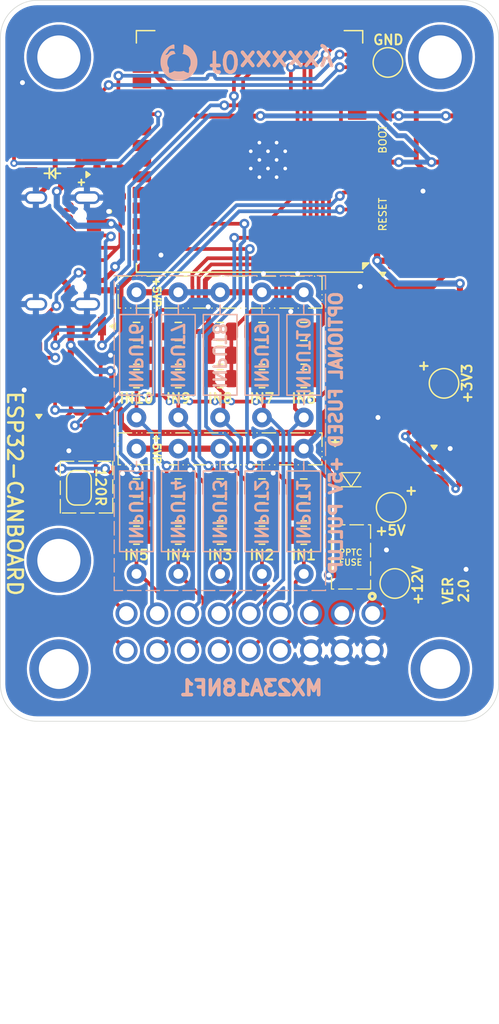
<source format=kicad_pcb>
(kicad_pcb (version 20240108) (generator "pcbnew") (generator_version "8.0")
  (layers (0 "F.Cu" signal) (31 "B.Cu" signal) (34 "B.Paste" user) (35 "F.Paste" user) (36 "B.SilkS" user "B.Silkscreen") (37 "F.SilkS" user "F.Silkscreen") (38 "B.Mask" user) (39 "F.Mask" user) (44 "Edge.Cuts" user))
  (net 0 "")
  (net 1 "GND")
  (net 2 "+12V")
  (net 3 "Net-(C4-Pad2)")
  (net 4 "Net-(U1-SW)")
  (net 5 "Net-(D1-A)")
  (net 6 "+5V")
  (net 7 "+3V3")
  (net 8 "Net-(U3-EN)")
  (net 9 "Net-(C11-Pad1)")
  (net 10 "Net-(C13-Pad1)")
  (net 11 "USB_VBUS")
  (net 12 "AIN1")
  (net 13 "AIN2")
  (net 14 "AIN3")
  (net 15 "AIN4")
  (net 16 "AIN5")
  (net 17 "AIN6")
  (net 18 "AIN7")
  (net 19 "AIN8")
  (net 20 "AIN9")
  (net 21 "AIN10")
  (net 22 "CAN1_L")
  (net 23 "INPUT7")
  (net 24 "INPUT5")
  (net 25 "INPUT6")
  (net 26 "INPUT2")
  (net 27 "INPUT9")
  (net 28 "INPUT4")
  (net 29 "INPUT10")
  (net 30 "INPUT8")
  (net 31 "INPUT1")
  (net 32 "INPUT3")
  (net 33 "CAN1_H")
  (net 36 "Net-(CONN2-CC1)")
  (net 37 "Net-(CONN2-CC2)")
  (net 38 "CAN1_TX")
  (net 39 "CAN1_RX")
  (net 40 "Net-(JP2-B)")
  (net 41 "Net-(LED1-K)")
  (net 42 "Net-(LED2-K)")
  (net 43 "Net-(U1-BOOT)")
  (net 44 "Net-(U1-FB)")
  (net 45 "Net-(R6-Pad1)")
  (net 46 "Net-(U3-IO38)")
  (net 47 "Net-(U3-USB_D+)")
  (net 48 "Net-(U3-USB_D-)")
  (net 68 "Net-(U3-IO0)")
  (net 71 "+5VP")
  (net 74 "Net-(CONN2-D+-PadA6)")
  (net 75 "Net-(CONN2-D--PadA7)")
  (footprint "" (layer "F.Cu") (at 125.75 74.6)
    (property "Reference" "MH2" (hide yes))
    (property "Value" "MH2" (hide yes))
  )
  (footprint "Resistor_SMD:R_0805_2012Metric" (layer "F.Cu") (at 99.55 79.1075 -90)
    (property "Reference" "R11" (hide yes))
    (property "Value" "22R" (hide yes))
  )
  (footprint "Resistor_SMD:R_0805_2012Metric" (layer "F.Cu") (at 119.4275 100.49)
    (property "Reference" "R5" (hide yes))
    (property "Value" "120R" (hide yes))
  )
  (footprint "Resistor_SMD:R_1206_3216Metric" (layer "F.Cu") (at 93.5 109.552857 90)
    (property "Reference" "R7" (hide yes))
    (property "Value" "120R 0.25W" (hide yes))
  )
  (footprint "Capacitor_SMD:C_0805_2012Metric" (layer "F.Cu") (at 118.06 94.75 180)
    (property "Reference" "C8" (hide yes))
    (property "Value" "10uF" (hide yes))
  )
  (footprint "Resistor_SMD:R_0805_2012Metric" (layer "F.Cu") (at 114.66 111.5025 180)
    (property "Reference" "R16" (hide yes))
    (property "Value" "10K" (hide yes))
  )
  (footprint "Diode_SMD:D_SMA" (layer "F.Cu") (at 118.51 108.9 90)
    (property "Reference" "D1" (hide yes))
    (property "Value" "Scho (SS33)" (hide yes))
  )
  (footprint "Package_TO_SOT_SMD:SOT-223" (layer "F.Cu") (at 124.2 95.72)
    (property "Reference" "U2" (hide yes))
    (property "Value" "LD1117S33CTR" (hide yes))
  )
  (footprint "Resistor_SMD:R_0805_2012Metric" (layer "F.Cu") (at 97.65 79.1075 -90)
    (property "Reference" "R12" (hide yes))
    (property "Value" "22R" (hide yes))
  )
  (footprint "SMNR4020-5R6MT:SMNR4020-5R6MT" (layer "F.Cu") (at 122.2625 107.45)
    (property "Reference" "L1" (hide yes))
    (property "Value" "5.6uH" (hide yes))
  )
  (footprint "Resistor_SMD:R_0805_2012Metric" (layer "F.Cu") (at 104.46 113.4)
    (property "Reference" "R25" (hide yes))
    (property "Value" "4K7" (hide yes))
  )
  (footprint "Resistor_SMD:R_0805_2012Metric" (layer "F.Cu") (at 122.8125 102.405 180)
    (property "Reference" "R3" (hide yes))
    (property "Value" "10K" (hide yes))
  )
  (footprint "Package_TO_SOT_SMD:SOT-23-3" (layer "F.Cu") (at 94.425 105.45)
    (property "Reference" "ESD2" (hide yes))
    (property "Value" "NUP2105LT1G" (hide yes))
  )
  (footprint "Resistor_SMD:R_0805_2012Metric" (layer "F.Cu") (at 91.97 96.38 180)
    (property "Reference" "R13" (hide yes))
    (property "Value" "5K1" (hide yes))
  )
  (footprint "TS-1187A-B-A-B:SW_TS-1187A-B-A-B" (layer "F.Cu") (at 124.29375 87.352857)
    (property "Reference" "SW2" (hide yes))
    (property "Value" "RESET" (hide yes))
  )
  (footprint "Resistor_SMD:R_0805_2012Metric" (layer "F.Cu") (at 104.46 111.5)
    (property "Reference" "R26" (hide yes))
    (property "Value" "10K" (hide yes))
  )
  (footprint "Capacitor_SMD:C_0805_2012Metric" (layer "F.Cu") (at 126.9 114.625)
    (property "Reference" "C1" (hide yes))
    (property "Value" "10uF" (hide yes))
  )
  (footprint "Capacitor_SMD:C_0805_2012Metric" (layer "F.Cu") (at 126.9 110.675)
    (property "Reference" "C3" (hide yes))
    (property "Value" "100nF" (hide yes))
  )
  (footprint "Resistor_SMD:R_0805_2012Metric" (layer "F.Cu") (at 91.79 79.1075 90)
    (property "Reference" "R9" (hide yes))
    (property "Value" "10K" (hide yes))
  )
  (footprint "Package_TO_SOT_SMD:SOT-23-6" (layer "F.Cu") (at 126.55 107.95)
    (property "Reference" "U1" (hide yes))
    (property "Value" "TPS56339DDCR" (hide yes))
  )
  (footprint "Resistor_SMD:R_0805_2012Metric" (layer "F.Cu") (at 114.6625 98.795 180)
    (property "Reference" "R40" (hide yes))
    (property "Value" "10K" (hide yes))
  )
  (footprint "Capacitor_SMD:C_0805_2012Metric" (layer "F.Cu") (at 107.86 109.57 180)
    (property "Reference" "C17" (hide yes))
    (property "Value" "10uF" (hide yes))
  )
  (footprint "Resistor_SMD:R_0805_2012Metric" (layer "F.Cu") (at 104.46 100.7)
    (property "Reference" "R38" (hide yes))
    (property "Value" "4K7" (hide yes))
  )
  (footprint "Resistor_SMD:R_0805_2012Metric" (layer "F.Cu") (at 111.26 98.8)
    (property "Reference" "R41" (hide yes))
    (property "Value" "10K" (hide yes))
  )
  (footprint "MCP2562T-E_SN:SOIC127P600X175-8N" (layer "F.Cu") (at 96.35 99.14 -90)
    (property "Reference" "IC1" (hide yes))
    (property "Value" "MCP2562T-E_SN" (hide yes))
  )
  (footprint "" (layer "F.Cu") (at 94.75 74.6)
    (property "Reference" "MH3" (hide yes))
    (property "Value" "MH3" (hide yes))
  )
  (footprint "MX23A18NF1:MX23A18NF1" (layer "F.Cu") (at 110.25 119.6545)
    (property "Reference" "CONN1" (hide yes))
    (property "Value" "MX23A18NF1" (hide yes))
  )
  (footprint "TestPoint:TestPoint_Pad_D2.0mm" (layer "F.Cu") (at 126.06 101.08)
    (property "Reference" "TP3" (hide yes))
    (property "Value" "3V3TP" (hide yes))
  )
  (footprint "Capacitor_SMD:C_0805_2012Metric" (layer "F.Cu") (at 126.3375 91.13 180)
    (property "Reference" "C9" (hide yes))
    (property "Value" "100nF" (hide yes))
  )
  (footprint "Capacitor_SMD:C_0805_2012Metric" (layer "F.Cu") (at 95.4 81.96 180)
    (property "Reference" "C14" (hide yes))
    (property "Value" "100nF" (hide yes))
  )
  (footprint "Resistor_SMD:R_0805_2012Metric" (layer "F.Cu") (at 111.26 111.5)
    (property "Reference" "R20" (hide yes))
    (property "Value" "10K" (hide yes))
  )
  (footprint "Capacitor_SMD:C_0805_2012Metric" (layer "F.Cu") (at 118.06 96.76 180)
    (property "Reference" "C7" (hide yes))
    (property "Value" "100nF" (hide yes))
  )
  (footprint "Capacitor_SMD:C_0805_2012Metric" (layer "F.Cu") (at 97.45 105.45 -90)
    (property "Reference" "C12" (hide yes))
    (property "Value" "100nF" (hide yes))
  )
  (footprint "Resistor_SMD:R_0805_2012Metric" (layer "F.Cu") (at 107.86 111.5 180)
    (property "Reference" "R23" (hide yes))
    (property "Value" "10K" (hide yes))
  )
  (footprint "" (layer "F.Cu") (at 94.75 115.45)
    (property "Reference" "MH1" (hide yes))
    (property "Value" "MH1" (hide yes))
  )
  (footprint "Resistor_SMD:R_0805_2012Metric" (layer "F.Cu") (at 122.9075 91.13)
    (property "Reference" "R8" (hide yes))
    (property "Value" "10K" (hide yes))
  )
  (footprint "Capacitor_SMD:C_0805_2012Metric" (layer "F.Cu") (at 107.86 96.87 180)
    (property "Reference" "C22" (hide yes))
    (property "Value" "10uF" (hide yes))
  )
  (footprint "Resistor_SMD:R_0805_2012Metric" (layer "F.Cu") (at 123.5125 114.6)
    (property "Reference" "R4" (hide yes))
    (property "Value" "300R" (hide yes))
  )
  (footprint "Capacitor_SMD:C_0805_2012Metric" (layer "F.Cu") (at 114.66 109.575 180)
    (property "Reference" "C15" (hide yes))
    (property "Value" "10uF" (hide yes))
  )
  (footprint "Resistor_SMD:R_0805_2012Metric" (layer "F.Cu") (at 101.06 100.7 180)
    (property "Reference" "R39" (hide yes))
    (property "Value" "4K7" (hide yes))
  )
  (footprint "Jumper:SolderJumper-2_P1.3mm_Open_RoundedPad1.0x1.5mm" (layer "F.Cu") (at 96.3825 109.552857 90)
    (property "Reference" "JP2" (hide yes))
    (property "Value" "TERM_SB" (hide yes))
  )
  (footprint "Resistor_SMD:R_0805_2012Metric" (layer "F.Cu") (at 122.8125 104.3 180)
    (property "Reference" "R2" (hide yes))
    (property "Value" "56K" (hide yes))
  )
  (footprint "Capacitor_SMD:C_0805_2012Metric" (layer "F.Cu") (at 118.52 104.42)
    (property "Reference" "C6" (hide yes))
    (property "Value" "22uF" (hide yes))
  )
  (footprint "Resistor_SMD:R_0805_2012Metric" (layer "F.Cu") (at 114.6625 100.695 180)
    (property "Reference" "R35" (hide yes))
    (property "Value" "4K7" (hide yes))
  )
  (footprint "Capacitor_SMD:C_0805_2012Metric" (layer "F.Cu") (at 93.73 79.07 90)
    (property "Reference" "C11" (hide yes))
    (property "Value" "20pF" (hide yes))
  )
  (footprint "Resistor_SMD:R_0805_2012Metric" (layer "F.Cu") (at 107.86 113.4 180)
    (property "Reference" "R22" (hide yes))
    (property "Value" "4K7" (hide yes))
  )
  (footprint "RF_Module:ESP32-S3-WROOM-1U" (layer "F.Cu") (at 110.25 82.26 180)
    (property "Reference" "U3" (hide yes))
    (property "Value" "ESP32-S3-WROOM-1U-N8R8" (hide yes))
  )
  (footprint "Capacitor_SMD:C_0805_2012Metric" (layer "F.Cu") (at 101.06 109.57 180)
    (property "Reference" "C19" (hide yes))
    (property "Value" "10uF" (hide yes))
  )
  (footprint "Resistor_SMD:R_0805_2012Metric" (layer "F.Cu") (at 111.26 100.7)
    (property "Reference" "R36" (hide yes))
    (property "Value" "4K7" (hide yes))
  )
  (footprint "Resistor_SMD:R_0805_2012Metric" (layer "F.Cu") (at 101.06 111.5 180)
    (property "Reference" "R29" (hide yes))
    (property "Value" "10K" (hide yes))
  )
  (footprint "Resistor_SMD:R_0805_2012Metric" (layer "F.Cu") (at 101.06 113.4 180)
    (property "Reference" "R28" (hide yes))
    (property "Value" "4K7" (hide yes))
  )
  (footprint "TestPoint:TestPoint_Pad_D2.0mm" (layer "F.Cu") (at 121.5 75.04)
    (property "Reference" "TP2" (hide yes))
    (property "Value" "GND" (hide yes))
  )
  (footprint "Capacitor_SMD:C_0805_2012Metric" (layer "F.Cu") (at 119.4 102.43)
    (property "Reference" "C5" (hide yes))
    (property "Value" "22uF" (hide yes))
  )
  (footprint "Capacitor_SMD:C_0805_2012Metric" (layer "F.Cu") (at 126.9 112.65)
    (property "Reference" "C2" (hide yes))
    (property "Value" "10uF" (hide yes))
  )
  (footprint "Resistor_SMD:R_0805_2012Metric" (layer "F.Cu") (at 107.86 98.8 180)
    (property "Reference" "R42" (hide yes))
    (property "Value" "10K" (hide yes))
  )
  (footprint "Capacitor_SMD:C_0805_2012Metric" (layer "F.Cu") (at 111.26 96.87)
    (property "Reference" "C21" (hide yes))
    (property "Value" "10uF" (hide yes))
  )
  (footprint "Resistor_SMD:R_0805_2012Metric" (layer "F.Cu") (at 101.06 98.8 180)
    (property "Reference" "R44" (hide yes))
    (property "Value" "10K" (hide yes))
  )
  (footprint "KH-TYPE-C-16P:KINGHELM_KH-TYPE-C-16P" (layer "F.Cu") (at 92.88 90.33 -90)
    (property "Reference" "CONN2" (hide yes))
    (property "Value" "KH-TYPE-C-16P" (hide yes))
  )
  (footprint "Capacitor_SMD:C_0805_2012Metric" (layer "F.Cu") (at 104.46 109.57)
    (property "Reference" "C18" (hide yes))
    (property "Value" "10uF" (hide yes))
  )
  (footprint "TestPoint:TestPoint_Pad_D2.0mm" (layer "F.Cu") (at 122.06 117.32)
    (property "Reference" "TP4" (hide yes))
    (property "Value" "12VTP" (hide yes))
  )
  (footprint "Capacitor_SMD:C_0805_2012Metric" (layer "F.Cu") (at 101.06 96.87 180)
    (property "Reference" "C24" (hide yes))
    (property "Value" "10uF" (hide yes))
  )
  (footprint "Capacitor_SMD:C_0805_2012Metric" (layer "F.Cu") (at 91.9325 100.23 180)
    (property "Reference" "C10" (hide yes))
    (property "Value" "100nF" (hide yes))
  )
  (footprint "TO_SOT_SMD:DIODE-SOD-123" (layer "F.Cu") (at 94.2 84.04 180)
    (property "Reference" "D2" (hide yes))
    (property "Value" "Sch (DSK110)" (hide yes))
  )
  (footprint "Capacitor_SMD:C_0805_2012Metric" (layer "F.Cu") (at 104.46 96.87)
    (property "Reference" "C23" (hide yes))
    (property "Value" "10uF" (hide yes))
  )
  (footprint "Resistor_SMD:R_0805_2012Metric" (layer "F.Cu") (at 122.1875 77.49)
    (property "Reference" "R6" (hide yes))
    (property "Value" "10K" (hide yes))
  )
  (footprint "LED_SMD:LED_0805_2012Metric" (layer "F.Cu") (at 124.225 111.3625 90)
    (property "Reference" "LED1" (hide yes))
    (property "Value" "0805_Green" (hide yes))
  )
  (footprint "Resistor_SMD:R_0805_2012Metric" (layer "F.Cu") (at 107.86 100.7 180)
    (property "Reference" "R37" (hide yes))
    (property "Value" "4K7" (hide yes))
  )
  (footprint "Resistor_SMD:R_0805_2012Metric" (layer "F.Cu") (at 114.66 113.405 180)
    (property "Reference" "R15" (hide yes))
    (property "Value" "4K7" (hide yes))
  )
  (footprint "Resistor_SMD:R_0805_2012Metric" (layer "F.Cu") (at 111.26 113.4)
    (property "Reference" "R19" (hide yes))
    (property "Value" "4K7" (hide yes))
  )
  (footprint "TestPoint:TestPoint_Pad_D2.0mm" (layer "F.Cu") (at 121.76 111.15)
    (property "Reference" "TP1" (hide yes))
    (property "Value" "5VTP" (hide yes))
  )
  (footprint "Resistor_SMD:R_0805_2012Metric" (layer "F.Cu") (at 127.65 104.55 -90)
    (property "Reference" "R1" (hide yes))
    (property "Value" "33R" (hide yes))
  )
  (footprint "Capacitor_SMD:C_0805_2012Metric" (layer "F.Cu") (at 95.7 79.07 90)
    (property "Reference" "C13" (hide yes))
    (property "Value" "20pF" (hide yes))
  )
  (footprint "LED_SMD:LED_0805_2012Metric" (layer "F.Cu") (at 122.8025 100.51)
    (property "Reference" "LED2" (hide yes))
    (property "Value" "0805_Yellow" (hide yes))
  )
  (footprint "Resistor_SMD:R_0805_2012Metric" (layer "F.Cu") (at 91.97 98.28 180)
    (property "Reference" "R14" (hide yes))
    (property "Value" "5K1" (hide yes))
  )
  (footprint "Resistor_SMD:R_0805_2012Metric" (layer "F.Cu") (at 104.46 98.8)
    (property "Reference" "R43" (hide yes))
    (property "Value" "10K" (hide yes))
  )
  (footprint "Capacitor_SMD:C_0805_2012Metric" (layer "F.Cu") (at 125.475 104.55 90)
    (property "Reference" "C4" (hide yes))
    (property "Value" "100nF" (hide yes))
  )
  (footprint "Package_TO_SOT_SMD:SOT-23-6" (layer "F.Cu") (at 98.8 82.8375 90)
    (property "Reference" "ESD1" (hide yes))
    (property "Value" "USBLC6-2SC6" (hide yes))
  )
  (footprint "Resistor_SMD:R_0805_2012Metric" (layer "F.Cu") (at 92.0175 81.96)
    (property "Reference" "R10" (hide yes))
    (property "Value" "4K7" (hide yes))
  )
  (footprint "1206L050YR:1206L05015YR" (layer "F.Cu") (at 118.5 115.165 -90)
    (property "Reference" "F1" (hide yes))
    (property "Value" "1206L050YR" (hide yes))
  )
  (footprint "TS-1187A-B-A-B:SW_TS-1187A-B-A-B" (layer "F.Cu") (at 124.29375 81.255)
    (property "Reference" "SW1" (hide yes))
    (property "Value" "BOOT" (hide yes))
  )
  (footprint "Capacitor_SMD:C_0805_2012Metric" (layer "F.Cu") (at 111.26 109.57)
    (property "Reference" "C16" (hide yes))
    (property "Value" "10uF" (hide yes))
  )
  (footprint "Capacitor_SMD:C_0805_2012Metric" (layer "F.Cu") (at 114.6625 96.87 180)
    (property "Reference" "C20" (hide yes))
    (property "Value" "10uF" (hide yes))
  )
  (footprint "graphics:github_3mmx3mm" (layer "B.Cu") (at 104.513212 75.01)
    (property "Reference" "G***" (hide yes))
    (property "Value" "LOGO" (hide yes))
  )
  (footprint "Resistor_THT:R_Axial_DIN0207_L6.3mm_D2.5mm_P10.16mm_Horizontal" (layer "B.Cu") (at 111.26 106.38 -90)
    (property "Reference" "R18" (hide yes))
    (property "Value" "OPTIONAL" (hide yes))
  )
  (footprint "Resistor_THT:R_Axial_DIN0207_L6.3mm_D2.5mm_P10.16mm_Horizontal" (layer "B.Cu") (at 101.06 106.38 -90)
    (property "Reference" "R27" (hide yes))
    (property "Value" "OPTIONAL" (hide yes))
  )
  (footprint "Resistor_THT:R_Axial_DIN0207_L6.3mm_D2.5mm_P10.16mm_Horizontal" (layer "B.Cu") (at 107.86 93.69 -90)
    (property "Reference" "R32" (hide yes))
    (property "Value" "OPTIONAL" (hide yes))
  )
  (footprint "Resistor_THT:R_Axial_DIN0207_L6.3mm_D2.5mm_P10.16mm_Horizontal" (layer "B.Cu") (at 114.66 93.69 -90)
    (property "Reference" "R30" (hide yes))
    (property "Value" "OPTIONAL" (hide yes))
  )
  (footprint "Resistor_THT:R_Axial_DIN0207_L6.3mm_D2.5mm_P10.16mm_Horizontal" (layer "B.Cu") (at 104.46 106.38 -90)
    (property "Reference" "R24" (hide yes))
    (property "Value" "OPTIONAL" (hide yes))
  )
  (footprint "Resistor_THT:R_Axial_DIN0207_L6.3mm_D2.5mm_P10.16mm_Horizontal" (layer "B.Cu") (at 101.06 93.69 -90)
    (property "Reference" "R34" (hide yes))
    (property "Value" "OPTIONAL" (hide yes))
  )
  (footprint "Resistor_THT:R_Axial_DIN0207_L6.3mm_D2.5mm_P10.16mm_Horizontal" (layer "B.Cu") (at 114.66 106.38 -90)
    (property "Reference" "R17" (hide yes))
    (property "Value" "OPTIONAL" (hide yes))
  )
  (footprint "Resistor_THT:R_Axial_DIN0207_L6.3mm_D2.5mm_P10.16mm_Horizontal" (layer "B.Cu") (at 107.86 106.38 -90)
    (property "Reference" "R21" (hide yes))
    (property "Value" "OPTIONAL" (hide yes))
  )
  (footprint "Resistor_THT:R_Axial_DIN0207_L6.3mm_D2.5mm_P10.16mm_Horizontal" (layer "B.Cu") (at 104.46 93.69 -90)
    (property "Reference" "R33" (hide yes))
    (property "Value" "OPTIONAL" (hide yes))
  )
  (footprint "Resistor_THT:R_Axial_DIN0207_L6.3mm_D2.5mm_P10.16mm_Horizontal" (layer "B.Cu") (at 111.26 93.69 -90)
    (property "Reference" "R31" (hide yes))
    (property "Value" "OPTIONAL" (hide yes))
  )
  (gr_rect (start 99.25 92.34) (end 116.43 117.89) (stroke (width 0.1) (type dash)) (fill none) (layer "B.SilkS"))
  (gr_rect (start 116.91 112.5575) (end 120.09 117.7725) (stroke (width 0.1) (type dash)) (fill none) (layer "F.SilkS"))
  (gr_rect (start 99.5675 92.385) (end 116.1425 94.975) (stroke (width 0.1) (type dash_dot_dot)) (fill none) (layer "F.SilkS"))
  (gr_rect (start 94.8675 107.4) (end 99.1325 111.6) (stroke (width 0.1) (type dash)) (fill none) (layer "F.SilkS"))
  (gr_rect (start 99.5675 105.1) (end 116.1425 107.69) (stroke (width 0.1) (type dash_dot_dot)) (fill none) (layer "F.SilkS"))
  (gr_line (start 90 73) (end 90 125.5) (stroke (width 0.05)) (layer "Edge.Cuts"))
  (gr_line (start 127.5 70) (end 93 70) (stroke (width 0.05)) (layer "Edge.Cuts"))
  (gr_line (start 130.5 125.5) (end 130.5 73) (stroke (width 0.05)) (layer "Edge.Cuts"))
  (gr_arc (start 93 128.5) (mid 90.87868 127.62132) (end 90 125.5) (stroke (width 0.05)) (layer "Edge.Cuts"))
  (gr_arc (start 130.5 125.5) (mid 129.62132 127.62132) (end 127.5 128.5) (stroke (width 0.05)) (layer "Edge.Cuts"))
  (gr_line (start 93 128.5) (end 127.5 128.5) (stroke (width 0.05)) (layer "Edge.Cuts"))
  (gr_arc (start 127.5 70) (mid 129.62132 70.87868) (end 130.5 73) (stroke (width 0.05)) (layer "Edge.Cuts"))
  (gr_arc (start 90 73) (mid 90.87868 70.87868) (end 93 70) (stroke (width 0.05)) (layer "Edge.Cuts"))
  (gr_text "INPUT5" (at 100.396 114.302857 270) (layer "B.SilkS") (effects (font (size 1 1) (thickness 0.2) (bold yes)) (justify left bottom mirror)))
  (gr_text "f0xxxxxy" (at 106.813212 74.008275 180) (layer "B.SilkS") (effects (font (size 1.6 1.6) (thickness 0.3) (bold yes)) (justify left bottom mirror)))
  (gr_text "INPUT3" (at 107.196 114.302857 270) (layer "B.SilkS") (effects (font (size 1 1) (thickness 0.2) (bold yes)) (justify left bottom mirror)))
  (gr_text "INPUT8" (at 107.196 101.612857 -90) (layer "B.SilkS") (effects (font (size 1 1) (thickness 0.2) (bold yes)) (justify left bottom mirror)))
  (gr_text "INPUT6" (at 100.396 101.612857 -90) (layer "B.SilkS") (effects (font (size 1 1) (thickness 0.2) (bold yes)) (justify left bottom mirror)))
  (gr_text "INPUT9" (at 110.596 101.612857 -90) (layer "B.SilkS") (effects (font (size 1 1) (thickness 0.2) (bold yes)) (justify left bottom mirror)))
  (gr_text "OPTIONAL FUSED +5V PULLUP" (at 117.86 105.115 90) (layer "B.SilkS") (effects (font (size 1 1) (thickness 0.25) (bold yes)) (justify bottom mirror)))
  (gr_text "INPUT10" (at 113.996 102.089048 -90) (layer "B.SilkS") (effects (font (size 1 1) (thickness 0.2) (bold yes)) (justify left bottom mirror)))
  (gr_text "INPUT7" (at 103.796 101.612857 -90) (layer "B.SilkS") (effects (font (size 1 1) (thickness 0.2) (bold yes)) (justify left bottom mirror)))
  (gr_text "INPUT4" (at 103.796 114.302857 270) (layer "B.SilkS") (effects (font (size 1 1) (thickness 0.2) (bold yes)) (justify left bottom mirror)))
  (gr_text "INPUT1" (at 113.996 114.302857 270) (layer "B.SilkS") (effects (font (size 1 1) (thickness 0.2) (bold yes)) (justify left bottom mirror)))
  (gr_text "MX23A18NF1" (at 116.351428 126.5 0) (layer "B.SilkS") (effects (font (size 1.2 1.2) (thickness 0.3) (bold yes)) (justify left bottom mirror)))
  (gr_text "INPUT2" (at 110.596 114.302857 270) (layer "B.SilkS") (effects (font (size 1 1) (thickness 0.2) (bold yes)) (justify left bottom mirror)))
  (gr_text "IN7" (at 111.26 102.77 0) (layer "F.SilkS") (effects (font (size 0.8 0.8) (thickness 0.16) (bold yes)) (justify bottom)))
  (gr_text "+" (at 122.79 110.22 0) (layer "F.SilkS") (effects (font (size 0.8 0.8) (thickness 0.16) (bold yes)) (justify left bottom)))
  (gr_text "VER\n2.0" (at 128.1324 117.905238 90) (layer "F.SilkS") (effects (font (size 0.8 0.8) (thickness 0.16) (bold yes)) (justify bottom)))
  (gr_text "+5VP" (at 102.35 106.395 270) (layer "F.SilkS") (effects (font (size 0.6 0.6) (thickness 0.15) (bold yes)) (justify bottom)))
  (gr_text "BOOT" (at 121.43 82.502143 90) (layer "F.SilkS") (effects (font (size 0.6 0.6) (thickness 0.1) (bold yes)) (justify left bottom)))
  (gr_text "IN6" (at 114.66 102.77 0) (layer "F.SilkS") (effects (font (size 0.8 0.8) (thickness 0.16) (bold yes)) (justify bottom)))
  (gr_text "RESET" (at 121.43 88.8 90) (layer "F.SilkS") (effects (font (size 0.6 0.6) (thickness 0.1) (bold yes)) (justify left bottom)))
  (gr_text "+12V" (at 124.38 119.17 90) (layer "F.SilkS") (effects (font (size 0.8 0.8) (thickness 0.16) (bold yes)) (justify left bottom)))
  (gr_text "IN8" (at 107.86 102.77 0) (layer "F.SilkS") (effects (font (size 0.8 0.8) (thickness 0.16) (bold yes)) (justify bottom)))
  (gr_text "+5VP" (at 102.35 93.68 270) (layer "F.SilkS") (effects (font (size 0.6 0.6) (thickness 0.15) (bold yes)) (justify bottom)))
  (gr_text "IN10" (at 101.06 102.77 0) (layer "F.SilkS") (effects (font (size 0.8 0.8) (thickness 0.16) (bold yes)) (justify bottom)))
  (gr_text "+" (at 116.58 106.27 0) (layer "F.SilkS") (effects (font (size 0.8 0.8) (thickness 0.2) (bold yes)) (justify left bottom)))
  (gr_text "+" (at 123.82 100.08 0) (layer "F.SilkS") (effects (font (size 0.8 0.8) (thickness 0.16) (bold yes)) (justify left bottom)))
  (gr_text "IN2" (at 111.25 115.48 0) (layer "F.SilkS") (effects (font (size 0.8 0.8) (thickness 0.16) (bold yes)) (justify bottom)))
  (gr_text "PPTC\nFUSE" (at 117.459524 115.899486 0) (layer "F.SilkS") (effects (font (size 0.5 0.5) (thickness 0.1) (bold yes)) (justify left bottom)))
  (gr_text "IN3" (at 107.85 115.48 0) (layer "F.SilkS") (effects (font (size 0.8 0.8) (thickness 0.16) (bold yes)) (justify bottom)))
  (gr_text "+5V" (at 120.38 113.49 0) (layer "F.SilkS") (effects (font (size 0.8 0.8) (thickness 0.16) (bold yes)) (justify left bottom)))
  (gr_text "ESP32-CANBOARD" (at 90.47 101.61 270) (layer "F.SilkS") (effects (font (size 1.2 1.2) (thickness 0.2) (bold yes)) (justify left bottom)))
  (gr_text "+3V3" (at 128.4 102.8 90) (layer "F.SilkS") (effects (font (size 0.8 0.8) (thickness 0.16) (bold yes)) (justify left bottom)))
  (gr_text "IN1" (at 114.65 115.48 0) (layer "F.SilkS") (effects (font (size 0.8 0.8) (thickness 0.16) (bold yes)) (justify bottom)))
  (gr_text "IN4" (at 104.45 115.48 0) (layer "F.SilkS") (effects (font (size 0.8 0.8) (thickness 0.16) (bold yes)) (justify bottom)))
  (gr_text "IN9" (at 104.46 102.77 0) (layer "F.SilkS") (effects (font (size 0.8 0.8) (thickness 0.16) (bold yes)) (justify bottom)))
  (gr_text "IN5" (at 101.05 115.48 0) (layer "F.SilkS") (effects (font (size 0.8 0.8) (thickness 0.16) (bold yes)) (justify bottom)))
  (gr_text "GND" (at 120.21 73.68 0) (layer "F.SilkS") (effects (font (size 0.8 0.8) (thickness 0.16) (bold yes)) (justify left bottom)))
  (gr_text "120R" (at 97.6825 107.85 -90) (layer "F.SilkS") (effects (font (size 0.8 0.8) (thickness 0.16) (bold yes)) (justify left bottom)))
  (segment (start 106.9475 98.8) (end 106.9475 96.9075) (width 0.4) (layer "F.Cu") (net 1))
  (segment (start 120.12 104.42) (end 120.69 103.85) (width 0.5) (layer "F.Cu") (net 1))
  (segment (start 100.11 97.42) (end 100.11 96.87) (width 0.3) (layer "F.Cu") (net 1))
  (segment (start 99.75 93.232233) (end 99.75 96.51) (width 0.5) (layer "F.Cu") (net 1))
  (segment (start 124.35 85.47) (end 124.36 85.48) (width 0.4) (layer "F.Cu") (net 1))
  (segment (start 97.03 94.65) (end 97.5 94.65) (width 0.5) (layer "F.Cu") (net 1))
  (segment (start 117.915 93.22) (end 119.24 93.22) (width 0.6) (layer "F.Cu") (net 1))
  (segment (start 102.292233 90.69) (end 99.75 93.232233) (width 0.5) (layer "F.Cu") (net 1))
  (segment (start 105.3725 98.8) (end 105.3725 96.9075) (width 0.4) (layer "F.Cu") (net 1))
  (segment (start 93.73 78.12) (end 95.7 78.12) (width 0.4) (layer "F.Cu") (net 1))
  (segment (start 102.302233 90.68) (end 102.292233 90.69) (width 0.5) (layer "F.Cu") (net 1))
  (segment (start 100.11 108.58) (end 100.11 109.57) (width 0.3) (layer "F.Cu") (net 1))
  (segment (start 98.15 101.735) (end 98.15 99.6) (width 0.3) (layer "F.Cu") (net 1))
  (segment (start 123.1 76.64) (end 121.5 75.04) (width 0.4) (layer "F.Cu") (net 1))
  (segment (start 127.85 114.625) (end 127.85 116.17) (width 0.5) (layer "F.Cu") (net 1))
  (segment (start 96.985 98.435) (end 96.985 96.44) (width 0.3) (layer "F.Cu") (net 1))
  (segment (start 113.46 92.874237) (end 113.46 95.11) (width 0.4) (layer "F.Cu") (net 1))
  (segment (start 117.11 94.75) (end 117.11 96.76) (width 0.6) (layer "F.Cu") (net 1))
  (segment (start 114.159032 92.175205) (end 113.46 92.874237) (width 0.4) (layer "F.Cu") (net 1))
  (segment (start 127.2875 91.13) (end 124.9975 93.42) (width 0.4) (layer "F.Cu") (net 1))
  (segment (start 120.85 93.22) (end 121.05 93.42) (width 0.6) (layer "F.Cu") (net 1))
  (segment (start 118.525 100.605) (end 120.35 102.43) (width 0.5) (layer "F.Cu") (net 1))
  (segment (start 111.28 92.08) (end 107.29 92.08) (width 0.4) (layer "F.Cu") (net 1))
  (segment (start 118.525 100.51) (end 118.525 100.605) (width 0.2) (layer "F.Cu") (net 1))
  (segment (start 124.35 83.71) (end 123.8 83.16) (width 0.4) (layer "F.Cu") (net 1))
  (segment (start 99.93 108.4) (end 100.11 108.58) (width 0.3) (layer "F.Cu") (net 1))
  (segment (start 124.9975 93.42) (end 121.05 93.42) (width 0.4) (layer "F.Cu") (net 1))
  (segment (start 113.75 96.939912) (end 113.75 98.795) (width 0.3) (layer "F.Cu") (net 1))
  (segment (start 105.5 108.1) (end 105.3725 108.2275) (width 0.3) (layer "F.Cu") (net 1))
  (segment (start 121.915 102.625) (end 121.875 102.625) (width 0.5) (layer "F.Cu") (net 1))
  (segment (start 98.95 98.58) (end 100.11 97.42) (width 0.3) (layer "F.Cu") (net 1))
  (segment (start 98.8 87.05) (end 98.8 83.312501) (width 0.4) (layer "F.Cu") (net 1))
  (segment (start 113.82 96.87) (end 113.7125 96.87) (width 0.3) (layer "F.Cu") (net 1))
  (segment (start 124.35 85.48) (end 124.35 83.71) (width 0.4) (layer "F.Cu") (net 1))
  (segment (start 120.35 103.51) (end 120.69 103.85) (width 0.5) (layer "F.Cu") (net 1))
  (segment (start 95.5625 106.55) (end 97.3 106.55) (width 0.3) (layer "F.Cu") (net 1))
  (segment (start 111.38 92.18) (end 111.28 92.08) (width 0.4) (layer "F.Cu") (net 1))
  (segment (start 105.3725 108.2275) (end 105.3725 111.5) (width 0.3) (layer "F.Cu") (net 1))
  (segment (start 119.24 90.91) (end 119 90.67) (width 0.6) (layer "F.Cu") (net 1))
  (segment (start 98.95 98.8) (end 98.95 98.58) (width 0.3) (layer "F.Cu") (net 1))
  (segment (start 119.47 104.42) (end 120.12 104.42) (width 0.5) (layer "F.Cu") (net 1))
  (segment (start 98.255 101.84) (end 98.15 101.735) (width 0.3) (layer "F.Cu") (net 1))
  (segment (start 124.35 85.48) (end 127.29375 85.48) (width 0.4) (layer "F.Cu") (net 1))
  (segment (start 121.875 102.625) (end 120.69 103.81) (width 0.45) (layer "F.Cu") (net 1))
  (segment (start 120.35 102.43) (end 120.35 103.51) (width 0.5) (layer "F.Cu") (net 1))
  (segment (start 102.272233 90.67) (end 102.292233 90.69) (width 0.5) (layer "F.Cu") (net 1))
  (segment (start 123.8 78.19) (end 123.1 77.49) (width 0.4) (layer "F.Cu") (net 1))
  (segment (start 119.24 93.22) (end 120.85 93.22) (width 0.6) (layer "F.Cu") (net 1))
  (segment (start 94.45 84.44) (end 92.88 86.01) (width 0.4) (layer "F.Cu") (net 1))
  (segment (start 105.5 108.1) (end 106.9475 109.5475) (width 0.3) (layer "F.Cu") (net 1))
  (segment (start 124.35 85.48) (end 121.29375 85.48) (width 0.4) (layer "F.Cu") (net 1))
  (segment (start 94.45 81.76) (end 94.45 84.44) (width 0.4) (layer "F.Cu") (net 1))
  (segment (start 112.21 96.87) (end 113.7125 96.87) (width 0.3) (layer "F.Cu") (net 1))
  (segment (start 91.865 78.12) (end 91.79 78.195) (width 0.4) (layer "F.Cu") (net 1))
  (segment (start 120.69 103.81) (end 120.69 103.85) (width 0.5) (layer "F.Cu") (net 1))
  (segment (start 106.89 94.87) (end 106.91 94.89) (width 0.2) (layer "F.Cu") (net 1))
  (segment (start 112.21 96.87) (end 112.21 98.7625) (width 0.3) (layer "F.Cu") (net 1))
  (segment (start 91.0575 96.38) (end 91.0575 100.155) (width 0.4) (layer "F.Cu") (net 1))
  (segment (start 100.1475 109.6075) (end 100.11 109.57) (width 0.2) (layer "F.Cu") (net 1))
  (segment (start 106.9475 109.5475) (end 106.9475 111.5) (width 0.3) (layer "F.Cu") (net 1))
  (segment (start 98.95 98.8) (end 100.1475 98.8) (width 0.3) (layer "F.Cu") (net 1))
  (segment (start 117.11 94.025) (end 117.915 93.22) (width 0.6) (layer "F.Cu") (net 1))
  (segment (start 123.1 77.49) (end 123.1 76.64) (width 0.4) (layer "F.Cu") (net 1))
  (segment (start 125.93 107) (end 126.56 106.37) (width 0.5) (layer "F.Cu") (net 1))
  (segment (start 90.9825 100.67) (end 91.9325 101.62) (width 0.4) (layer "F.Cu") (net 1))
  (segment (start 95.5625 105.45) (end 95.5625 106.55) (width 0.3) (layer "F.Cu") (net 1))
  (segment (start 123.8 83.16) (end 123.8 78.19) (width 0.4) (layer "F.Cu") (net 1))
  (segment (start 112.495 108.36) (end 112.1725 108.36) (width 0.3) (layer "F.Cu") (net 1))
  (segment (start 106.66 94.64) (end 106.76 94.74) (width 0.4) (layer "F.Cu") (net 1))
  (segment (start 98.8 87.13) (end 97.605 87.13) (width 0.4) (layer "F.Cu") (net 1))
  (segment (start 117.11 94.75) (end 117.11 94.025) (width 0.6) (layer "F.Cu") (net 1))
  (segment (start 90.9825 100.23) (end 90.9825 100.67) (width 0.4) (layer "F.Cu") (net 1))
  (segment (start 91.79 78.195) (end 91.79 76.68) (width 0.4) (layer "F.Cu") (net 1))
  (segment (start 98.8 83.312501) (end 98.8 83.975) (width 0.2) (layer "F.Cu") (net 1))
  (segment (start 103.05 90.68) (end 102.302233 90.68) (width 0.5) (layer "F.Cu") (net 1))
  (segment (start 102.292233 90.69) (end 99.452233 93.53) (width 0.5) (layer "F.Cu") (net 1))
  (segment (start 122.6 114.6) (end 121.38 114.6) (width 0.5) (layer "F.Cu") (net 1))
  (segment (start 98.15 99.6) (end 98.95 98.8) (width 0.3) (layer "F.Cu") (net 1))
  (segment (start 106.89 94.87) (end 106.76 94.74) (width 0.2) (layer "F.Cu") (net 1))
  (segment (start 107.29 92.08) (end 106.66 92.71) (width 0.4) (layer "F.Cu") (net 1))
  (segment (start 113.7125 95.3625) (end 113.6 95.25) (width 0.3) (layer "F.Cu") (net 1))
  (segment (start 113.7475 109.5975) (end 113.7475 111.5025) (width 0.3) (layer "F.Cu") (net 1))
  (segment (start 105.41 96.87) (end 106.91 96.87) (width 0.4) (layer "F.Cu") (net 1))
  (segment (start 113.7125 96.87) (end 113.7125 95.3625) (width 0.3) (layer "F.Cu") (net 1))
  (segment (start 106.66 92.71) (end 106.66 94.64) (width 0.4) (layer "F.Cu") (net 1))
  (segment (start 93.73 78.12) (end 91.865 78.12) (width 0.4) (layer "F.Cu") (net 1))
  (segment (start 112.21 98.7625) (end 112.1725 98.8) (width 0.3) (layer "F.Cu") (net 1))
  (segment (start 101.5 90.67) (end 102.272233 90.67) (width 0.5) (layer "F.Cu") (net 1))
  (segment (start 113.71 109.575) (end 112.495 108.36) (width 0.3) (layer "F.Cu") (net 1))
  (segment (start 113.46 95.11) (end 113.6 95.25) (width 0.4) (layer "F.Cu") (net 1))
  (segment (start 98.15 99.6) (end 96.985 98.435) (width 0.3) (layer "F.Cu") (net 1))
  (segment (start 106.91 94.89) (end 106.91 96.87) (width 0.4) (layer "F.Cu") (net 1))
  (segment (start 97.3 106.55) (end 97.45 106.4) (width 0.3) (layer "F.Cu") (net 1))
  (segment (start 99.452233 93.53) (end 97.605 93.53) (width 0.5) (layer "F.Cu") (net 1))
  (segment (start 127.85 110.675) (end 127.85 114.625) (width 0.5) (layer "F.Cu") (net 1))
  (segment (start 112.1725 111.5) (end 112.1725 108.36) (width 0.3) (layer "F.Cu") (net 1))
  (segment (start 101.52 90.69) (end 101.5 90.67) (width 0.5) (layer "F.Cu") (net 1))
  (segment (start 100.1475 111.5) (end 100.1475 109.6075) (width 0.4) (layer "F.Cu") (net 1))
  (segment (start 119.24 93.22) (end 119.24 90.91) (width 0.6) (layer "F.Cu") (net 1))
  (segment (start 98.92 87.17) (end 98.8 87.05) (width 0.4) (layer "F.Cu") (net 1))
  (via (at 106.89 94.87) (size 0.8) (drill 0.4) (layers "F.Cu" "B.Cu") (net 1))
  (via (at 126.56 106.37) (size 0.8) (drill 0.4) (layers "F.Cu" "B.Cu") (net 1))
  (via (at 91.9325 101.62) (size 0.8) (drill 0.4) (layers "F.Cu" "B.Cu") (net 1))
  (via (at 127.85 116.17) (size 0.8) (drill 0.4) (layers "F.Cu" "B.Cu") (net 1))
  (via (at 124.35 85.48) (size 0.8) (drill 0.4) (layers "F.Cu" "B.Cu") (net 1))
  (via (at 119.24 93.22) (size 0.8) (drill 0.4) (layers "F.Cu" "B.Cu") (net 1))
  (via (at 121.38 114.6) (size 0.8) (drill 0.4) (layers "F.Cu" "B.Cu") (net 1))
  (via (at 120.69 103.85) (size 0.8) (drill 0.4) (layers "F.Cu" "B.Cu") (net 1))
  (via (at 114.159032 92.175205) (size 0.8) (drill 0.4) (layers "F.Cu" "B.Cu") (net 1))
  (via (at 113.6 95.25) (size 0.8) (drill 0.4) (layers "F.Cu" "B.Cu") (net 1))
  (via (at 103.05 90.67) (size 0.8) (drill 0.4) (layers "F.Cu" "B.Cu") (net 1))
  (via (at 99.93 108.4) (size 0.8) (drill 0.4) (layers "F.Cu" "B.Cu") (net 1))
  (via (at 112.1725 108.36) (size 0.8) (drill 0.4) (layers "F.Cu" "B.Cu") (net 1))
  (via (at 105.41 108.1) (size 0.8) (drill 0.4) (layers "F.Cu" "B.Cu") (net 1))
  (via (at 98.8 87.13) (size 0.8) (drill 0.4) (layers "F.Cu" "B.Cu") (net 1))
  (via (at 98.95 98.8) (size 0.8) (drill 0.4) (layers "F.Cu" "B.Cu") (net 1))
  (via (at 95.5625 106.55) (size 0.8) (drill 0.4) (layers "F.Cu" "B.Cu") (net 1))
  (via (at 91.79 76.68) (size 0.8) (drill 0.4) (layers "F.Cu" "B.Cu") (net 1))
  (via (at 111.38 92.18) (size 0.8) (drill 0.4) (layers "F.Cu" "B.Cu") (net 1))
  (segment (start 125.95 114.625) (end 125.95 109.4375) (width 1) (layer "F.Cu") (net 2))
  (segment (start 125.95 118.13) (end 124.3255 119.7545) (width 1) (layer "F.Cu") (net 2))
  (segment (start 120.25 119.13) (end 122.06 117.32) (width 1) (layer "F.Cu") (net 2))
  (segment (start 125.95 109.4375) (end 125.4625 108.95) (width 1) (layer "F.Cu") (net 2))
  (segment (start 124.3255 119.7545) (end 120.25 119.7545) (width 1) (layer "F.Cu") (net 2))
  (segment (start 125.95 114.625) (end 125.95 118.13) (width 1) (layer "F.Cu") (net 2))
  (segment (start 120.25 119.7545) (end 120.25 119.13) (width 1) (layer "F.Cu") (net 2))
  (segment (start 125.4625 108.95) (end 125.4125 108.95) (width 1) (layer "F.Cu") (net 2))
  (segment (start 127.375 103.6) (end 127.4125 103.6375) (width 0.2) (layer "F.Cu") (net 3))
  (segment (start 125.4875 103.6) (end 127.375 103.6) (width 0.4) (layer "F.Cu") (net 3))
  (segment (start 125.2625 105.725) (end 124.1625 105.725) (width 0.5) (layer "F.Cu") (net 4))
  (segment (start 125.4125 107.95) (end 124.2625 107.95) (width 0.5) (layer "F.Cu") (net 4))
  (segment (start 124.1625 105.725) (end 123.7625 106.125) (width 0.5) (layer "F.Cu") (net 4))
  (segment (start 118.51 106.9) (end 120.1625 106.9) (width 0.8) (layer "F.Cu") (net 5))
  (segment (start 120.7125 105.5) (end 121.9125 104.3) (width 0.8) (layer "F.Cu") (net 5))
  (segment (start 117.57 104.42) (end 117.57 105.96) (width 0.8) (layer "F.Cu") (net 5))
  (segment (start 118.45 102.43) (end 118.45 103.54) (width 0.8) (layer "F.Cu") (net 5))
  (segment (start 120.7125 107.45) (end 120.7125 105.5) (width 0.8) (layer "F.Cu") (net 5))
  (segment (start 118.5 102.48) (end 118.45 102.43) (width 0.8) (layer "F.Cu") (net 5))
  (segment (start 120.1625 106.9) (end 120.7125 107.45) (width 0.8) (layer "F.Cu") (net 5))
  (segment (start 118.45 103.54) (end 117.57 104.42) (width 0.8) (layer "F.Cu") (net 5))
  (segment (start 117.57 105.96) (end 118.51 106.9) (width 0.8) (layer "F.Cu") (net 5))
  (segment (start 100.54 105.1) (end 116.53 105.1) (width 0.5) (layer "F.Cu") (net 6))
  (segment (start 98.95 100.07) (end 99.1 100.22) (width 0.5) (layer "F.Cu") (net 6))
  (segment (start 118.76 98.02) (end 121.05 98.02) (width 0.8) (layer "F.Cu") (net 6))
  (segment (start 118.51 110.9) (end 121.51 110.9) (width 0.8) (layer "F.Cu") (net 6))
  (segment (start 95.715 98.946729) (end 94.431729 100.23) (width 0.5) (layer "F.Cu") (net 6))
  (segment (start 91.28 88.932947) (end 95.46 93.112947) (width 0.5) (layer "F.Cu") (net 6))
  (segment (start 122.485 110.425) (end 121.76 111.15) (width 0.5) (layer "F.Cu") (net 6))
  (segment (start 99.79 104.35) (end 100.54 105.1) (width 0.5) (layer "F.Cu") (net 6))
  (segment (start 95.46 96.185) (end 95.715 96.44) (width 0.5) (layer "F.Cu") (net 6))
  (segment (start 117.35 99.43) (end 117.35 102.70599) (width 0.8) (layer "F.Cu") (net 6))
  (segment (start 121.51 110.9) (end 121.76 111.15) (width 0.8) (layer "F.Cu") (net 6))
  (segment (start 95.715 96.44) (end 95.715 98) (width 0.5) (layer "F.Cu") (net 6))
  (segment (start 116.47 108.31) (end 118.51 110.35) (width 0.8) (layer "F.Cu") (net 6))
  (segment (start 95.715 98) (end 95.715 98.946729) (width 0.5) (layer "F.Cu") (net 6))
  (segment (start 91.28 85.21) (end 91.28 88.932947) (width 0.5) (layer "F.Cu") (net 6))
  (segment (start 94.431729 100.23) (end 92.8825 100.23) (width 0.5) (layer "F.Cu") (net 6))
  (segment (start 119.01 97.77) (end 119.01 96.76) (width 0.8) (layer "F.Cu") (net 6))
  (segment (start 118.51 110.35) (end 118.51 110.9) (width 0.8) (layer "F.Cu") (net 6))
  (segment (start 99.79 103.253654) (end 99.79 104.35) (width 0.5) (layer "F.Cu") (net 6))
  (segment (start 117.35 102.70599) (end 116.47 103.58599) (width 0.8) (layer "F.Cu") (net 6))
  (segment (start 116.47 103.58599) (end 116.47 108.31) (width 0.8) (layer "F.Cu") (net 6))
  (segment (start 92.48 84.01) (end 91.28 85.21) (width 0.5) (layer "F.Cu") (net 6))
  (segment (start 99.1 102.563654) (end 99.79 103.253654) (width 0.5) (layer "F.Cu") (net 6))
  (segment (start 95.46 93.112947) (end 95.46 96.185) (width 0.5) (layer "F.Cu") (net 6))
  (segment (start 99.1 100.22) (end 99.1 102.563654) (width 0.5) (layer "F.Cu") (net 6))
  (segment (start 124.225 110.425) (end 122.485 110.425) (width 0.5) (layer "F.Cu") (net 6))
  (segment (start 118.76 98.02) (end 119.01 97.77) (width 0.8) (layer "F.Cu") (net 6))
  (segment (start 118.51 110.9) (end 118.51 113.68) (width 0.8) (layer "F.Cu") (net 6))
  (segment (start 117.35 99.43) (end 118.76 98.02) (width 0.8) (layer "F.Cu") (net 6))
  (segment (start 118.51 113.68) (end 118.5 113.69) (width 0.8) (layer "F.Cu") (net 6))
  (via (at 98.95 100.07) (size 0.8) (drill 0.4) (layers "F.Cu" "B.Cu") (net 6))
  (via (at 95.715 98) (size 0.8) (drill 0.4) (layers "F.Cu" "B.Cu") (net 6))
  (segment (start 95.715 98) (end 97.785 100.07) (width 0.5) (layer "B.Cu") (net 6))
  (segment (start 97.785 100.07) (end 98.95 100.07) (width 0.5) (layer "B.Cu") (net 6))
  (segment (start 123.74 100.51) (end 124.31 101.08) (width 0.4) (layer "F.Cu") (net 7))
  (segment (start 108.7725 102.56) (end 110.75 102.56) (width 0.3) (layer "F.Cu") (net 7))
  (segment (start 118.16 97.490456) (end 118.16 95.6) (width 0.3) (layer "F.Cu") (net 7))
  (segment (start 94.445 103.24) (end 94.445 101.84) (width 0.3) (layer "F.Cu") (net 7))
  (segment (start 120.62 90.19) (end 120.62 91.13) (width 0.5) (layer "F.Cu") (net 7))
  (segment (start 96.06 104.5) (end 97.45 104.5) (width 0.3) (layer "F.Cu") (net 7))
  (segment (start 121.05 95.72) (end 123.25 95.72) (width 1) (layer "F.Cu") (net 7))
  (segment (start 103.22 102.05) (end 101.74 102.05) (width 0.3) (layer "F.Cu") (net 7))
  (segment (start 115.73 102.44) (end 115.15 102.44) (width 0.3) (layer "F.Cu") (net 7))
  (segment (start 116.6 101.57) (end 116.6 99.050456) (width 0.3) (layer "F.Cu") (net 7))
  (segment (start 118.16 95.6) (end 119.01 94.75) (width 0.3) (layer "F.Cu") (net 7))
  (segment (start 116.6 99.050456) (end 118.16 97.490456) (width 0.3) (layer "F.Cu") (net 7))
  (segment (start 127.35 95.72) (end 127.35 99.98) (width 0.4) (layer "F.Cu") (net 7))
  (segment (start 116.6 101.57) (end 115.73 102.44) (width 0.3) (layer "F.Cu") (net 7))
  (segment (start 105.3725 102.56) (end 107.45 102.56) (width 0.3) (layer "F.Cu") (net 7))
  (segment (start 121.05 95.72) (end 119.98 95.72) (width 0.8) (layer "F.Cu") (net 7))
  (segment (start 120.62 91.13) (end 121.995 91.13) (width 0.5) (layer "F.Cu") (net 7))
  (segment (start 103.73 102.56) (end 103.22 102.05) (width 0.3) (layer "F.Cu") (net 7))
  (segment (start 127.35 95.72) (end 126.12 95.72) (width 0.8) (layer "F.Cu") (net 7))
  (segment (start 119.83 89.4) (end 119 89.4) (width 0.5) (layer "F.Cu") (net 7))
  (segment (start 127.35 95.72) (end 127.35 92.98) (width 0.5) (layer "F.Cu") (net 7))
  (segment (start 123.25 95.72) (end 127.35 95.72) (width 1) (layer "F.Cu") (net 7))
  (segment (start 127.35 99.98) (end 126.25 101.08) (width 0.4) (layer "F.Cu") (net 7))
  (segment (start 119.98 95.72) (end 119.01 94.75) (width 0.8) (layer "F.Cu") (net 7))
  (segment (start 124.31 101.08) (end 126.25 101.08) (width 0.4) (layer "F.Cu") (net 7))
  (segment (start 120.62 90.19) (end 119.83 89.4) (width 0.5) (layer "F.Cu") (net 7))
  (via (at 103.73 102.56) (size 0.6) (drill 0.3) (layers "F.Cu" "B.Cu") (net 7))
  (via (at 101.74 102.05) (size 0.6) (drill 0.3) (layers "F.Cu" "B.Cu") (net 7))
  (via (at 120.62 91.13) (size 0.8) (drill 0.4) (layers "F.Cu" "B.Cu") (net 7))
  (via (at 94.445 103.24) (size 0.8) (drill 0.4) (layers "F.Cu" "B.Cu") (net 7))
  (via (at 96.06 104.5) (size 0.8) (drill 0.4) (layers "F.Cu" "B.Cu") (net 7))
  (via (at 127.35 92.98) (size 0.8) (drill 0.4) (layers "F.Cu" "B.Cu") (net 7))
  (via (at 110.75 102.56) (size 0.6) (drill 0.3) (layers "F.Cu" "B.Cu") (net 7))
  (via (at 107.45 102.56) (size 0.6) (drill 0.3) (layers "F.Cu" "B.Cu") (net 7))
  (via (at 115.15 102.44) (size 0.6) (drill 0.3) (layers "F.Cu" "B.Cu") (net 7))
  (via (at 108.7725 102.56) (size 0.6) (drill 0.3) (layers "F.Cu" "B.Cu") (net 7))
  (via (at 105.3725 102.56) (size 0.6) (drill 0.3) (layers "F.Cu" "B.Cu") (net 7))
  (segment (start 103.73 102.56) (end 105.3725 102.56) (width 0.3) (layer "B.Cu") (net 7))
  (segment (start 127.35 92.98) (end 122.25 92.98) (width 0.5) (layer "B.Cu") (net 7))
  (segment (start 110.75 102.56) (end 115.03 102.56) (width 0.3) (layer "B.Cu") (net 7))
  (segment (start 97.22 103.31) (end 96.06 104.47) (width 0.3) (layer "B.Cu") (net 7))
  (segment (start 97.4 103.31) (end 94.515 103.31) (width 0.3) (layer "B.Cu") (net 7))
  (segment (start 97.4 103.31) (end 98.56 103.31) (width 0.3) (layer "B.Cu") (net 7))
  (segment (start 96.06 104.5) (end 95.97 104.5) (width 0.3) (layer "B.Cu") (net 7))
  (segment (start 98.56 103.31) (end 99.82 102.05) (width 0.3) (layer "B.Cu") (net 7))
  (segment (start 99.82 102.05) (end 101.74 102.05) (width 0.3) (layer "B.Cu") (net 7))
  (segment (start 94.71 103.24) (end 94.445 103.24) (width 0.3) (layer "B.Cu") (net 7))
  (segment (start 115.03 102.56) (end 115.15 102.44) (width 0.3) (layer "B.Cu") (net 7))
  (segment (start 97.4 103.31) (end 97.22 103.31) (width 0.3) (layer "B.Cu") (net 7))
  (segment (start 120.62 91.35) (end 120.62 91.13) (width 0.5) (layer "B.Cu") (net 7))
  (segment (start 122.25 92.98) (end 120.62 91.35) (width 0.5) (layer "B.Cu") (net 7))
  (segment (start 94.515 103.31) (end 94.445 103.24) (width 0.3) (layer "B.Cu") (net 7))
  (segment (start 96.06 104.47) (end 96.06 104.5) (width 0.3) (layer "B.Cu") (net 7))
  (segment (start 107.45 102.56) (end 108.7725 102.56) (width 0.3) (layer "B.Cu") (net 7))
  (segment (start 121.29375 89.23) (end 120.19375 88.13) (width 0.4) (layer "F.Cu") (net 8))
  (segment (start 121.92 89.23) (end 121.29375 89.23) (width 0.4) (layer "F.Cu") (net 8))
  (segment (start 120.19375 88.13) (end 119 88.13) (width 0.4) (layer "F.Cu") (net 8))
  (segment (start 123.82 91.13) (end 121.92 89.23) (width 0.4) (layer "F.Cu") (net 8))
  (segment (start 125.3875 91.13) (end 125.39375 91.13) (width 0.4) (layer "F.Cu") (net 8))
  (segment (start 125.3875 91.13) (end 123.82 91.13) (width 0.4) (layer "F.Cu") (net 8))
  (segment (start 125.39375 91.13) (end 127.29375 89.23) (width 0.4) (layer "F.Cu") (net 8))
  (segment (start 99.75 81.7) (end 99.75 80.22) (width 0.3) (layer "F.Cu") (net 9))
  (segment (start 98.63 79.1) (end 99.55 80.02) (width 0.3) (layer "F.Cu") (net 9))
  (segment (start 94.65 79.1) (end 98.63 79.1) (width 0.3) (layer "F.Cu") (net 9))
  (segment (start 93.73 80.02) (end 94.65 79.1) (width 0.3) (layer "F.Cu") (net 9))
  (segment (start 95.7 80.02) (end 97.65 80.02) (width 0.3) (layer "F.Cu") (net 10))
  (segment (start 97.85 81.7) (end 97.85 80.22) (width 0.3) (layer "F.Cu") (net 10))
  (segment (start 97.03 82.86) (end 98.33 82.86) (width 0.5) (layer "F.Cu") (net 11))
  (segment (start 92.93 81.96) (end 92.93 81.438885) (width 0.3) (layer "F.Cu") (net 11))
  (segment (start 93.498885 80.87) (end 95.26 80.87) (width 0.3) (layer "F.Cu") (net 11))
  (segment (start 99.32 91.61) (end 99.32 91.81) (width 0.4) (layer "F.Cu") (net 11))
  (segment (start 94.94 84.915) (end 96.36 83.495) (width 0.5) (layer "F.Cu") (net 11))
  (segment (start 98.8 82.39) (end 98.8 81.7) (width 0.5) (layer "F.Cu") (net 11))
  (segment (start 97.605 87.93) (end 98.8 87.93) (width 0.4) (layer "F.Cu") (net 11))
  (segment (start 98.33 82.86) (end 98.8 82.39) (width 0.5) (layer "F.Cu") (net 11))
  (segment (start 94.94 85.15) (end 94.94 84.915) (width 0.5) (layer "F.Cu") (net 11))
  (segment (start 95.26 80.87) (end 96.35 81.96) (width 0.3) (layer "F.Cu") (net 11))
  (segment (start 92.93 81.438885) (end 93.498885 80.87) (width 0.3) (layer "F.Cu") (net 11))
  (segment (start 96.36 81.77) (end 96.35 81.76) (width 0.5) (layer "F.Cu") (net 11))
  (segment (start 99.32 91.81) (end 98.4 92.73) (width 0.4) (layer "F.Cu") (net 11))
  (segment (start 96.36 83.495) (end 96.36 81.77) (width 0.5) (layer "F.Cu") (net 11))
  (segment (start 94.58 85.51) (end 94.94 85.15) (width 0.5) (layer "F.Cu") (net 11))
  (segment (start 95.88 84.01) (end 97.03 82.86) (width 0.5) (layer "F.Cu") (net 11))
  (segment (start 98.8 88.13) (end 99 88.13) (width 0.2) (layer "F.Cu") (net 11))
  (segment (start 98.4 92.73) (end 97.605 92.73) (width 0.4) (layer "F.Cu") (net 11))
  (segment (start 98.8 87.93) (end 99 88.13) (width 0.2) (layer "F.Cu") (net 11))
  (via (at 99 88.13) (size 0.8) (drill 0.4) (layers "F.Cu" "B.Cu") (net 11))
  (via (at 94.58 85.51) (size 0.8) (drill 0.4) (layers "F.Cu" "B.Cu") (net 11))
  (via (at 99.32 91.61) (size 0.8) (drill 0.4) (layers "F.Cu" "B.Cu") (net 11))
  (segment (start 99.92 88.83) (end 99.22 88.13) (width 0.4) (layer "B.Cu") (net 11))
  (segment (start 99.22 88.13) (end 99 88.13) (width 0.4) (layer "B.Cu") (net 11))
  (segment (start 94.58 85.51) (end 94.58 86.692082) (width 0.5) (layer "B.Cu") (net 11))
  (segment (start 94.58 86.692082) (end 96.177918 88.29) (width 0.5) (layer "B.Cu") (net 11))
  (segment (start 96.177918 88.29) (end 98.84 88.29) (width 0.5) (layer "B.Cu") (net 11))
  (segment (start 98.84 88.29) (end 99 88.13) (width 0.5) (layer "B.Cu") (net 11))
  (segment (start 99.92 88.83) (end 99.92 91.01) (width 0.4) (layer "B.Cu") (net 11))
  (segment (start 99.92 91.01) (end 99.32 91.61) (width 0.4) (layer "B.Cu") (net 11))
  (segment (start 113.645 107.61) (end 111.51 107.61) (width 0.3) (layer "F.Cu") (net 12))
  (segment (start 102.840661 89.4) (end 101.5 89.4) (width 0.3) (layer "F.Cu") (net 12))
  (segment (start 103.620661 90.18) (end 102.840661 89.4) (width 0.3) (layer "F.Cu") (net 12))
  (segment (start 115.5725 113.405) (end 115.5725 109.6125) (width 0.3) (layer "F.Cu") (net 12))
  (segment (start 111.51 107.61) (end 111.35 107.77) (width 0.3) (layer "F.Cu") (net 12))
  (segment (start 115.5725 109.6125) (end 115.61 109.575) (width 0.2) (layer "F.Cu") (net 12))
  (segment (start 110.27 90.18) (end 103.620661 90.18) (width 0.3) (layer "F.Cu") (net 12))
  (segment (start 111.35 107.77) (end 110.31 107.77) (width 0.3) (layer "F.Cu") (net 12))
  (segment (start 115.61 109.575) (end 113.645 107.61) (width 0.3) (layer "F.Cu") (net 12))
  (via (at 110.27 90.18) (size 0.8) (drill 0.4) (layers "F.Cu" "B.Cu") (net 12))
  (via (at 110.31 107.77) (size 0.8) (drill 0.4) (layers "F.Cu" "B.Cu") (net 12))
  (segment (start 110.04 90.41) (end 110.04 105.322893) (width 0.3) (layer "B.Cu") (net 12))
  (segment (start 110.27 90.18) (end 110.04 90.41) (width 0.3) (layer "B.Cu") (net 12))
  (segment (start 110.11 107.57) (end 110.31 107.77) (width 0.3) (layer "B.Cu") (net 12))
  (segment (start 110.11 105.392893) (end 110.11 107.57) (width 0.3) (layer "B.Cu") (net 12))
  (segment (start 110.04 105.322893) (end 110.11 105.392893) (width 0.3) (layer "B.Cu") (net 12))
  (segment (start 110.31 109.57) (end 110.31 109.34) (width 0.3) (layer "F.Cu") (net 13))
  (segment (start 110.31 109.34) (end 108.74 107.77) (width 0.3) (layer "F.Cu") (net 13))
  (segment (start 101.5 88.13) (end 109.83 88.13) (width 0.3) (layer "F.Cu") (net 13))
  (segment (start 110.3475 109.6075) (end 110.31 109.57) (width 0.2) (layer "F.Cu") (net 13))
  (segment (start 110.3475 113.4) (end 110.3475 109.6075) (width 0.3) (layer "F.Cu") (net 13))
  (via (at 108.81 107.77) (size 0.8) (drill 0.4) (layers "F.Cu" "B.Cu") (net 13))
  (via (at 109.83 88.13) (size 0.8) (drill 0.4) (layers "F.Cu" "B.Cu") (net 13))
  (segment (start 109.01 107.57) (end 109.01 105.903654) (width 0.3) (layer "B.Cu") (net 13))
  (segment (start 108.256346 105.15) (end 107.29 105.15) (width 0.3) (layer "B.Cu") (net 13))
  (segment (start 106.71 104.57) (end 106.71 97.173453) (width 0.3) (layer "B.Cu") (net 13))
  (segment (start 106.71 97.173453) (end 109.51 94.373453) (width 0.3) (layer "B.Cu") (net 13))
  (segment (start 109.51 89.830661) (end 109.83 89.510661) (width 0.3) (layer "B.Cu") (net 13))
  (segment (start 107.29 105.15) (end 106.71 104.57) (width 0.3) (layer "B.Cu") (net 13))
  (segment (start 108.81 107.77) (end 108.96 107.62) (width 0.2) (layer "B.Cu") (net 13))
  (segment (start 109.83 89.510661) (end 109.83 88.13) (width 0.3) (layer "B.Cu") (net 13))
  (segment (start 109.01 105.903654) (end 108.256346 105.15) (width 0.3) (layer "B.Cu") (net 13))
  (segment (start 108.96 107.62) (end 109.01 107.57) (width 0.3) (layer "B.Cu") (net 13))
  (segment (start 109.51 94.373453) (end 109.51 89.830661) (width 0.3) (layer "B.Cu") (net 13))
  (segment (start 108.7725 113.4) (end 108.7725 109.6075) (width 0.3) (layer "F.Cu") (net 14))
  (segment (start 108.7725 109.6075) (end 108.81 109.57) (width 0.2) (layer "F.Cu") (net 14))
  (segment (start 109.01 89.27) (end 110.46 89.27) (width 0.3) (layer "F.Cu") (net 14))
  (segment (start 114.15 77.82) (end 113.61 77.28) (width 0.3) (layer "F.Cu") (net 14))
  (segment (start 107.01 107.77) (end 108.81 109.57) (width 0.3) (layer "F.Cu") (net 14))
  (segment (start 113.61 77.28) (end 113.61 75.43) (width 0.3) (layer "F.Cu") (net 14))
  (segment (start 114.15 85.58) (end 114.15 77.82) (width 0.3) (layer "F.Cu") (net 14))
  (segment (start 117.235 73.605) (end 117.235 72.91) (width 0.3) (layer "F.Cu") (net 14))
  (segment (start 110.46 89.27) (end 114.15 85.58) (width 0.3) (layer "F.Cu") (net 14))
  (segment (start 106.91 107.77) (end 107.01 107.77) (width 0.3) (layer "F.Cu") (net 14))
  (segment (start 116.44 74.4) (end 117.235 73.605) (width 0.3) (layer "F.Cu") (net 14))
  (via (at 116.44 74.4) (size 0.8) (drill 0.4) (layers "F.Cu" "B.Cu") (net 14))
  (via (at 106.91 107.77) (size 0.8) (drill 0.4) (layers "F.Cu" "B.Cu") (net 14))
  (via (at 109.01 89.27) (size 0.8) (drill 0.4) (layers "F.Cu" "B.Cu") (net 14))
  (via (at 113.61 75.43) (size 0.8) (drill 0.4) (layers "F.Cu" "B.Cu") (net 14))
  (segment (start 115.41 75.43) (end 116.44 74.4) (width 0.3) (layer "B.Cu") (net 14))
  (segment (start 106.91 107.77) (end 106.17 107.03) (width 0.3) (layer "B.Cu") (net 14))
  (segment (start 106.17 97.006346) (end 109.01 94.166346) (width 0.3) (layer "B.Cu") (net 14))
  (segment (start 113.61 75.43) (end 115.41 75.43) (width 0.3) (layer "B.Cu") (net 14))
  (segment (start 109.01 94.166346) (end 109.01 89.27) (width 0.3) (layer "B.Cu") (net 14))
  (segment (start 106.17 107.03) (end 106.17 97.006346) (width 0.3) (layer "B.Cu") (net 14))
  (segment (start 103.51 107.78) (end 103.51 109.57) (width 0.3) (layer "F.Cu") (net 15))
  (segment (start 103.51 107.83) (end 103.56 107.78) (width 0.2) (layer "F.Cu") (net 15))
  (segment (start 118.884669 86.975331) (end 119 86.86) (width 0.3) (layer "F.Cu") (net 15))
  (segment (start 117.555331 86.97533) (end 117.670661 86.86) (width 0.3) (layer "F.Cu") (net 15))
  (segment (start 103.5475 113.4) (end 103.5475 109.6075) (width 0.3) (layer "F.Cu") (net 15))
  (segment (start 103.44 109.5) (end 103.51 109.57) (width 0.2) (layer "F.Cu") (net 15))
  (segment (start 117.555331 86.975331) (end 117.555331 86.97533) (width 0.3) (layer "F.Cu") (net 15))
  (segment (start 103.5475 109.6075) (end 103.44 109.5) (width 0.2) (layer "F.Cu") (net 15))
  (segment (start 117.595 86.975331) (end 118.884669 86.975331) (width 0.3) (layer "F.Cu") (net 15))
  (segment (start 103.56 107.78) (end 103.44 107.9) (width 0.2) (layer "F.Cu") (net 15))
  (via (at 103.51 107.77) (size 0.8) (drill 0.4) (layers "F.Cu" "B.Cu") (net 15))
  (via (at 117.595 86.975331) (size 0.8) (drill 0.4) (layers "F.Cu" "B.Cu") (net 15))
  (segment (start 103.51 107.78) (end 102.96 107.23) (width 0.3) (layer "B.Cu") (net 15))
  (segment (start 109.403654 87.12) (end 117.450331 87.12) (width 0.3) (layer "B.Cu") (net 15))
  (segment (start 102.96 93.563654) (end 109.403654 87.12) (width 0.3) (layer "B.Cu") (net 15))
  (segment (start 102.96 107.23) (end 102.96 93.563654) (width 0.3) (layer "B.Cu") (net 15))
  (segment (start 117.450331 87.12) (end 117.595 86.975331) (width 0.3) (layer "B.Cu") (net 15))
  (segment (start 101.044975 108.045025) (end 101.9725 108.97255) (width 0.3) (layer "F.Cu") (net 16))
  (segment (start 117.595 85.875) (end 117.88 85.59) (width 0.3) (layer "F.Cu") (net 16))
  (segment (start 117.88 85.59) (end 119 85.59) (width 0.3) (layer "F.Cu") (net 16))
  (segment (start 101.9725 108.97255) (end 101.9725 113.4) (width 0.3) (layer "F.Cu") (net 16))
  (via (at 117.595 85.875) (size 0.8) (drill 0.4) (layers "F.Cu" "B.Cu") (net 16))
  (via (at 101.06 108.045025) (size 0.8) (drill 0.4) (layers "F.Cu" "B.Cu") (net 16))
  (segment (start 109.196547 86.62) (end 116.85 86.62) (width 0.3) (layer "B.Cu") (net 16))
  (segment (start 99.77 106.77005) (end 99.77 103.513654) (width 0.3) (layer "B.Cu") (net 16))
  (segment (start 99.77 103.513654) (end 100.583654 102.7) (width 0.3) (layer "B.Cu") (net 16))
  (segment (start 102.29 102.7) (end 102.46 102.53) (width 0.3) (layer "B.Cu") (net 16))
  (segment (start 102.46 102.53) (end 102.46 93.356547) (width 0.3) (layer "B.Cu") (net 16))
  (segment (start 102.46 93.356547) (end 109.196547 86.62) (width 0.3) (layer "B.Cu") (net 16))
  (segment (start 116.85 86.62) (end 117.595 85.875) (width 0.3) (layer "B.Cu") (net 16))
  (segment (start 101.044975 108.045025) (end 99.77 106.77005) (width 0.3) (layer "B.Cu") (net 16))
  (segment (start 100.583654 102.7) (end 102.29 102.7) (width 0.3) (layer "B.Cu") (net 16))
  (segment (start 115.575 96.9075) (end 115.6125 96.87) (width 0.2) (layer "F.Cu") (net 17))
  (segment (start 116.71 93.505762) (end 116.71 85.517106) (width 0.3) (layer "F.Cu") (net 17))
  (segment (start 115.6125 96.87) (end 116.26 96.2225) (width 0.3) (layer "F.Cu") (net 17))
  (segment (start 115.575 100.695) (end 115.575 96.9075) (width 0.3) (layer "F.Cu") (net 17))
  (segment (start 116.26 93.955762) (end 116.71 93.505762) (width 0.3) (layer "F.Cu") (net 17))
  (segment (start 116.26 96.2225) (end 116.26 93.955762) (width 0.3) (layer "F.Cu") (net 17))
  (segment (start 117.907106 84.32) (end 119 84.32) (width 0.3) (layer "F.Cu") (net 17))
  (segment (start 116.71 85.517106) (end 117.907106 84.32) (width 0.3) (layer "F.Cu") (net 17))
  (segment (start 110.31 96.484365) (end 110.31 96.32) (width 0.3) (layer "F.Cu") (net 18))
  (segment (start 116.21 85.31) (end 118.47 83.05) (width 0.3) (layer "F.Cu") (net 18))
  (segment (start 110.31 96.87) (end 110.31 96.484365) (width 0.2) (layer "F.Cu") (net 18))
  (segment (start 118.47 83.05) (end 119 83.05) (width 0.3) (layer "F.Cu") (net 18))
  (segment (start 110.3475 96.9075) (end 110.31 96.87) (width 0.2) (layer "F.Cu") (net 18))
  (segment (start 111.967107 95.57) (end 112.91 94.627107) (width 0.3) (layer "F.Cu") (net 18))
  (segment (start 112.91 94.627107) (end 112.91 92.637106) (width 0.3) (layer "F.Cu") (net 18))
  (segment (start 113.41 92.137106) (end 113.41 91.524212) (width 0.3) (layer "F.Cu") (net 18))
  (segment (start 116.21 88.724212) (end 116.21 85.31) (width 0.3) (layer "F.Cu") (net 18))
  (segment (start 111.06 95.57) (end 111.967107 95.57) (width 0.3) (layer "F.Cu") (net 18))
  (segment (start 113.41 91.524212) (end 116.21 88.724212) (width 0.3) (layer "F.Cu") (net 18))
  (segment (start 110.31 96.32) (end 111.06 95.57) (width 0.3) (layer "F.Cu") (net 18))
  (segment (start 112.91 92.637106) (end 113.41 92.137106) (width 0.3) (layer "F.Cu") (net 18))
  (segment (start 110.3475 100.7) (end 110.3475 96.9075) (width 0.3) (layer "F.Cu") (net 18))
  (segment (start 117.68 83.132893) (end 115.71 85.102893) (width 0.3) (layer "F.Cu") (net 19))
  (segment (start 112.91 91.93) (end 112.41 92.43) (width 0.3) (layer "F.Cu") (net 19))
  (segment (start 112.91 91.317106) (end 112.91 91.93) (width 0.3) (layer "F.Cu") (net 19))
  (segment (start 117.68 77.49) (end 117.68 83.132893) (width 0.3) (layer "F.Cu") (net 19))
  (segment (start 108.81 96.789544) (end 108.81 96.87) (width 0.3) (layer "F.Cu") (net 19))
  (segment (start 110.529544 95.07) (end 108.81 96.789544) (width 0.3) (layer "F.Cu") (net 19))
  (segment (start 119 76.7) (end 118.47 76.7) (width 0.3) (layer "F.Cu") (net 19))
  (segment (start 108.7725 100.7) (end 108.7725 96.9075) (width 0.3) (layer "F.Cu") (net 19))
  (segment (start 112.41 92.43) (end 112.41 94.42) (width 0.3) (layer "F.Cu") (net 19))
  (segment (start 118.47 76.7) (end 117.68 77.49) (width 0.3) (layer "F.Cu") (net 19))
  (segment (start 112.41 94.42) (end 111.76 95.07) (width 0.3) (layer "F.Cu") (net 19))
  (segment (start 108.7725 96.9075) (end 108.81 96.87) (width 0.2) (layer "F.Cu") (net 19))
  (segment (start 115.71 85.102893) (end 115.71 88.517106) (width 0.3) (layer "F.Cu") (net 19))
  (segment (start 115.71 88.517106) (end 112.91 91.317106) (width 0.3) (layer "F.Cu") (net 19))
  (segment (start 111.76 95.07) (end 110.529544 95.07) (width 0.3) (layer "F.Cu") (net 19))
  (segment (start 115.21 88.31) (end 115.21 74.055) (width 0.3) (layer "F.Cu") (net 20))
  (segment (start 103.5475 96.9075) (end 103.51 96.87) (width 0.2) (layer "F.Cu") (net 20))
  (segment (start 103.51 96.484365) (end 104.364365 95.63) (width 0.3) (layer "F.Cu") (net 20))
  (segment (start 104.364365 95.63) (end 105.57 95.63) (width 0.3) (layer "F.Cu") (net 20))
  (segment (start 103.51 96.87) (end 103.51 96.484365) (width 0.2) (layer "F.Cu") (net 20))
  (segment (start 114.695 73.54) (end 114.695 72.91) (width 0.3) (layer "F.Cu") (net 20))
  (segment (start 105.57 95.63) (end 106.11 95.09) (width 0.3) (layer "F.Cu") (net 20))
  (segment (start 106.11 92.46) (end 107.14 91.43) (width 0.3) (layer "F.Cu") (net 20))
  (segment (start 107.14 91.43) (end 112.09 91.43) (width 0.3) (layer "F.Cu") (net 20))
  (segment (start 115.21 74.055) (end 114.695 73.54) (width 0.3) (layer "F.Cu") (net 20))
  (segment (start 103.5475 100.7) (end 103.5475 96.9075) (width 0.3) (layer "F.Cu") (net 20))
  (segment (start 106.11 95.09) (end 106.11 92.46) (width 0.3) (layer "F.Cu") (net 20))
  (segment (start 112.09 91.43) (end 115.21 88.31) (width 0.3) (layer "F.Cu") (net 20))
  (segment (start 105.6 93.203654) (end 105.6 92.18) (width 0.3) (layer "F.Cu") (net 21))
  (segment (start 113.425 73.54) (end 113.425 72.91) (width 0.3) (layer "F.Cu") (net 21))
  (segment (start 103.025 95.13) (end 105.362894 95.13) (width 0.3) (layer "F.Cu") (net 21))
  (segment (start 102.01 96.87) (end 102.01 96.145) (width 0.3) (layer "F.Cu") (net 21))
  (segment (start 105.362894 95.13) (end 105.61 94.882894) (width 0.3) (layer "F.Cu") (net 21))
  (segment (start 101.9725 100.7) (end 101.9725 96.9075) (width 0.3) (layer "F.Cu") (net 21))
  (segment (start 105.61 94.882894) (end 105.61 93.213654) (width 0.3) (layer "F.Cu") (net 21))
  (segment (start 111.88 90.93) (end 114.71 88.1) (width 0.3) (layer "F.Cu") (net 21))
  (segment (start 114.71 74.825) (end 113.425 73.54) (width 0.3) (layer "F.Cu") (net 21))
  (segment (start 114.71 88.1) (end 114.71 74.825) (width 0.3) (layer "F.Cu") (net 21))
  (segment (start 106.85 90.93) (end 111.88 90.93) (width 0.3) (layer "F.Cu") (net 21))
  (segment (start 105.61 93.213654) (end 105.6 93.203654) (width 0.3) (layer "F.Cu") (net 21))
  (segment (start 101.9725 96.9075) (end 102.01 96.87) (width 0.2) (layer "F.Cu") (net 21))
  (segment (start 102.01 96.145) (end 103.025 95.13) (width 0.3) (layer "F.Cu") (net 21))
  (segment (start 105.6 92.18) (end 106.85 90.93) (width 0.3) (layer "F.Cu") (net 21))
  (segment (start 98.070456 103.54) (end 96.16 103.54) (width 0.3) (layer "F.Cu") (net 22))
  (segment (start 98.67 111.52) (end 97.82 110.67) (width 0.3) (layer "F.Cu") (net 22))
  (segment (start 98.67 111.88) (end 98.67 111.52) (width 0.3) (layer "F.Cu") (net 22))
  (segment (start 98.68 112.15) (end 98.68 111.9) (width 0.3) (layer "F.Cu") (net 22))
  (segment (start 97.75 110.6) (end 97.75 107.680456) (width 0.3) (layer "F.Cu") (net 22))
  (segment (start 94.65 104.5) (end 93.2875 104.5) (width 0.3) (layer "F.Cu") (net 22))
  (segment (start 97.352857 110.202857) (end 96.3825 110.202857) (width 0.3) (layer "F.Cu") (net 22))
  (segment (start 95.715 103.095) (end 95.715 103.435) (width 0.3) (layer "F.Cu") (net 22))
  (segment (start 100.25 122.7545) (end 98.68 121.1845) (width 0.3) (layer "F.Cu") (net 22))
  (segment (start 98.68 104.149544) (end 98.070456 103.54) (width 0.3) (layer "F.Cu") (net 22))
  (segment (start 98.68 106.750456) (end 98.68 104.149544) (width 0.3) (layer "F.Cu") (net 22))
  (segment (start 98.68 111.89) (end 98.67 111.88) (width 0.3) (layer "F.Cu") (net 22))
  (segment (start 97.75 107.680456) (end 98.68 106.750456) (width 0.3) (layer "F.Cu") (net 22))
  (segment (start 98.68 111.53) (end 98.67 111.52) (width 0.3) (layer "F.Cu") (net 22))
  (segment (start 96.16 103.54) (end 95.715 103.095) (width 0.3) (layer "F.Cu") (net 22))
  (segment (start 98.68 112.15) (end 98.68 111.53) (width 0.3) (layer "F.Cu") (net 22))
  (segment (start 97.82 110.67) (end 97.352857 110.202857) (width 0.3) (layer "F.Cu") (net 22))
  (segment (start 97.82 110.67) (end 97.75 110.6) (width 0.3) (layer "F.Cu") (net 22))
  (segment (start 95.715 103.095) (end 95.715 101.84) (width 0.3) (layer "F.Cu") (net 22))
  (segment (start 95.715 103.435) (end 94.65 104.5) (width 0.3) (layer "F.Cu") (net 22))
  (segment (start 98.68 121.1845) (end 98.68 112.15) (width 0.3) (layer "F.Cu") (net 22))
  (segment (start 111.41 101.4625) (end 112.1725 100.7) (width 0.3) (layer "F.Cu") (net 23))
  (segment (start 111.41 103.7) (end 111.41 101.4625) (width 0.3) (layer "F.Cu") (net 23))
  (segment (start 111.26 103.85) (end 111.41 103.7) (width 0.3) (layer "F.Cu") (net 23))
  (segment (start 113 105) (end 111.85 103.85) (width 0.3) (layer "B.Cu") (net 23))
  (segment (start 111.85 103.85) (end 111.26 103.85) (width 0.3) (layer "B.Cu") (net 23))
  (segment (start 113 117.0045) (end 113 105) (width 0.3) (layer "B.Cu") (net 23))
  (segment (start 110.25 119.7545) (end 113 117.0045) (width 0.3) (layer "B.Cu") (net 23))
  (segment (start 104 119.236733) (end 101.303267 116.54) (width 0.3) (layer "F.Cu") (net 24))
  (segment (start 104 121.5045) (end 104 119.236733) (width 0.3) (layer "F.Cu") (net 24))
  (segment (start 101.06 116.54) (end 101.06 114.3125) (width 0.3) (layer "F.Cu") (net 24))
  (segment (start 104 121.5045) (end 102.75 122.7545) (width 0.3) (layer "F.Cu") (net 24))
  (segment (start 101.303267 116.54) (end 101.06 116.54) (width 0.3) (layer "F.Cu") (net 24))
  (segment (start 101.06 114.3125) (end 100.1475 113.4) (width 0.3) (layer "F.Cu") (net 24))
  (segment (start 113.75 100.695) (end 113.94 100.885) (width 0.3) (layer "F.Cu") (net 25))
  (segment (start 113.94 100.885) (end 113.94 103.13) (width 0.3) (layer "F.Cu") (net 25))
  (segment (start 113.94 103.13) (end 114.66 103.85) (width 0.3) (layer "F.Cu") (net 25))
  (segment (start 112.91 119.5945) (end 112.91 119.44) (width 0.3) (layer "B.Cu") (net 25))
  (segment (start 112.75 119.7545) (end 112.91 119.5945) (width 0.2) (layer "B.Cu") (net 25))
  (segment (start 113.5 105.01) (end 114.66 103.85) (width 0.3) (layer "B.Cu") (net 25))
  (segment (start 112.91 119.44) (end 113.5 118.85) (width 0.3) (layer "B.Cu") (net 25))
  (segment (start 113.5 118.85) (end 113.5 105.01) (width 0.3) (layer "B.Cu") (net 25))
  (segment (start 111.21 116.59) (end 111.16 116.64) (width 0.3) (layer "F.Cu") (net 26))
  (segment (start 111.26 114.3125) (end 112.1725 113.4) (width 0.3) (layer "F.Cu") (net 26))
  (segment (start 111.5 121.5045) (end 110.25 122.7545) (width 0.3) (layer "F.Cu") (net 26))
  (segment (start 111.26 116.54) (end 111.21 116.59) (width 0.2) (layer "F.Cu") (net 26))
  (segment (start 111.5 121.5045) (end 111.5 116.78) (width 0.3) (layer "F.Cu") (net 26))
  (segment (start 111.26 116.54) (end 111.26 114.3125) (width 0.3) (layer "F.Cu") (net 26))
  (segment (start 111.5 116.78) (end 111.26 116.54) (width 0.3) (layer "F.Cu") (net 26))
  (segment (start 104.46 101.6125) (end 105.3725 100.7) (width 0.3) (layer "F.Cu") (net 27))
  (segment (start 104.46 103.85) (end 104.46 101.6125) (width 0.3) (layer "F.Cu") (net 27))
  (segment (start 105.67 105.06) (end 104.46 103.85) (width 0.3) (layer "B.Cu") (net 27))
  (segment (start 106.16 107.789339) (end 105.67 107.299339) (width 0.3) (layer "B.Cu") (net 27))
  (segment (start 105.25 119.7545) (end 106.16 118.8445) (width 0.3) (layer "B.Cu") (net 27))
  (segment (start 105.67 107.299339) (end 105.67 105.06) (width 0.3) (layer "B.Cu") (net 27))
  (segment (start 106.16 118.8445) (end 106.16 107.789339) (width 0.3) (layer "B.Cu") (net 27))
  (segment (start 104.46 116.54) (end 104.46 114.3125) (width 0.3) (layer "F.Cu") (net 28))
  (segment (start 104.46 114.3125) (end 105.3725 113.4) (width 0.3) (layer "F.Cu") (net 28))
  (segment (start 106.5 118.58) (end 104.46 116.54) (width 0.3) (layer "F.Cu") (net 28))
  (segment (start 106.5 121.5045) (end 106.5 118.58) (width 0.3) (layer "F.Cu") (net 28))
  (segment (start 106.5 121.5045) (end 105.25 122.7545) (width 0.3) (layer "F.Cu") (net 28))
  (segment (start 101.06 101.6125) (end 100.1475 100.7) (width 0.3) (layer "F.Cu") (net 29))
  (segment (start 101.06 103.85) (end 101.06 101.6125) (width 0.3) (layer "F.Cu") (net 29))
  (segment (start 102.32 105.11) (end 101.06 103.85) (width 0.3) (layer "B.Cu") (net 29))
  (segment (start 102.75 119.7545) (end 102.32 119.3245) (width 0.3) (layer "B.Cu") (net 29))
  (segment (start 102.32 119.3245) (end 102.32 105.11) (width 0.3) (layer "B.Cu") (net 29))
  (segment (start 108.12 103.59) (end 108.12 101.8725) (width 0.3) (layer "F.Cu") (net 30))
  (segment (start 108.12 101.8725) (end 106.9475 100.7) (width 0.3) (layer "F.Cu") (net 30))
  (segment (start 107.86 103.85) (end 108.12 103.59) (width 0.3) (layer "F.Cu") (net 30))
  (segment (start 109.56 105.55) (end 107.86 103.85) (width 0.3) (layer "B.Cu") (net 30))
  (segment (start 109.56 117.9445) (end 109.56 105.55) (width 0.3) (layer "B.Cu") (net 30))
  (segment (start 107.75 119.7545) (end 109.56 117.9445) (width 0.3) (layer "B.Cu") (net 30))
  (segment (start 112.75 122.7545) (end 114 121.5045) (width 0.3) (layer "F.Cu") (net 31))
  (segment (start 114.66 116.54) (end 114.66 114.3175) (width 0.3) (layer "F.Cu") (net 31))
  (segment (start 114.66 114.3175) (end 113.7475 113.405) (width 0.3) (layer "F.Cu") (net 31))
  (segment (start 114 117.2) (end 114.66 116.54) (width 0.3) (layer "F.Cu") (net 31))
  (segment (start 114 121.5045) (end 114 117.2) (width 0.3) (layer "F.Cu") (net 31))
  (segment (start 107.86 116.54) (end 107.86 114.3125) (width 0.3) (layer "F.Cu") (net 32))
  (segment (start 108.999999 117.679999) (end 107.86 116.54) (width 0.3) (layer "F.Cu") (net 32))
  (segment (start 108.999999 121.504501) (end 107.75 122.7545) (width 0.3) (layer "F.Cu") (net 32))
  (segment (start 107.86 114.3125) (end 106.9475 113.4) (width 0.3) (layer "F.Cu") (net 32))
  (segment (start 108.999999 121.504501) (end 108.999999 117.679999) (width 0.3) (layer "F.Cu") (net 32))
  (segment (start 95 108) (end 93.590357 108) (width 0.3) (layer "F.Cu") (net 33))
  (segment (start 98.277563 103.04) (end 97.09 103.04) (width 0.3) (layer "F.Cu") (net 33))
  (segment (start 100.25 119.7545) (end 99.18 118.6845) (width 0.3) (layer "F.Cu") (net 33))
  (segment (start 96.985 102.935) (end 96.985 101.84) (width 0.3) (layer "F.Cu") (net 33))
  (segment (start 98.61 108) (end 99.18 108.57) (width 0.3) (layer "F.Cu") (net 33))
  (segment (start 97.09 103.04) (end 96.985 102.935) (width 0.3) (layer "F.Cu") (net 33))
  (segment (start 93.5 108.090357) (end 93.5 106.4) (width 0.3) (layer "F.Cu") (net 33))
  (segment (start 98.51 108) (end 98.61 108) (width 0.3) (layer "F.Cu") (net 33))
  (segment (start 99.18 108.57) (end 99.18 103.942437) (width 0.3) (layer "F.Cu") (net 33))
  (segment (start 93.590357 108) (end 93.5 108.090357) (width 0.3) (layer "F.Cu") (net 33))
  (segment (start 99.18 103.942437) (end 98.277563 103.04) (width 0.3) (layer "F.Cu") (net 33))
  (segment (start 99.18 118.6845) (end 99.18 108.57) (width 0.3) (layer "F.Cu") (net 33))
  (via (at 98.51 108) (size 0.8) (drill 0.4) (layers "F.Cu" "B.Cu") (net 33))
  (via (at 95 108) (size 0.8) (drill 0.4) (layers "F.Cu" "B.Cu") (net 33))
  (segment (start 95 108) (end 98.51 108) (width 0.3) (layer "B.Cu") (net 33))
  (segment (start 94.46 98.999647) (end 93.602147 98.999647) (width 0.3) (layer "F.Cu") (net 36))
  (segment (start 97.605 89.08) (end 98.64 89.08) (width 0.3) (layer "F.Cu") (net 36))
  (segment (start 98.64 89.08) (end 98.97 89.41) (width 0.3) (layer "F.Cu") (net 36))
  (segment (start 93.602147 98.999647) (end 92.8825 98.28) (width 0.3) (layer "F.Cu") (net 36))
  (via (at 94.46 98.999647) (size 0.8) (drill 0.4) (layers "F.Cu" "B.Cu") (net 36))
  (via (at 98.98 89.16) (size 0.8) (drill 0.4) (layers "F.Cu" "B.Cu") (net 36))
  (segment (start 97.2 96.75) (end 94.649339 96.75) (width 0.3) (layer "B.Cu") (net 36))
  (segment (start 94.398986 98.999647) (end 94.46 98.999647) (width 0.3) (layer "B.Cu") (net 36))
  (segment (start 98.55 89.59) (end 98.55 95.4) (width 0.3) (layer "B.Cu") (net 36))
  (segment (start 98.55 95.4) (end 97.2 96.75) (width 0.3) (layer "B.Cu") (net 36))
  (segment (start 93.71 98.310661) (end 94.398986 98.999647) (width 0.3) (layer "B.Cu") (net 36))
  (segment (start 98.98 89.16) (end 98.55 89.59) (width 0.3) (layer "B.Cu") (net 36))
  (segment (start 94.649339 96.75) (end 93.71 97.689339) (width 0.3) (layer "B.Cu") (net 36))
  (segment (start 93.71 97.689339) (end 93.71 98.310661) (width 0.3) (layer "B.Cu") (net 36))
  (segment (start 96.37 92.08) (end 97.605 92.08) (width 0.3) (layer "F.Cu") (net 37))
  (segment (start 94.4625 94.8) (end 92.8825 96.38) (width 0.3) (layer "F.Cu") (net 37))
  (segment (start 94.55 94.8) (end 94.4625 94.8) (width 0.3) (layer "F.Cu") (net 37))
  (segment (start 94.46 94.8) (end 94.55 94.8) (width 0.3) (layer "F.Cu") (net 37))
  (segment (start 96.35 92.1) (end 96.37 92.08) (width 0.3) (layer "F.Cu") (net 37))
  (via (at 94.55 94.8) (size 0.8) (drill 0.4) (layers "F.Cu" "B.Cu") (net 37))
  (via (at 96.35 92.1) (size 0.8) (drill 0.4) (layers "F.Cu" "B.Cu") (net 37))
  (segment (start 94.55 93.9) (end 96.35 92.1) (width 0.3) (layer "B.Cu") (net 37))
  (segment (start 94.55 94.8) (end 94.55 93.9) (width 0.3) (layer "B.Cu") (net 37))
  (segment (start 98.255 96.44) (end 98.255 98) (width 0.3) (layer "F.Cu") (net 38))
  (segment (start 108.980871 77.775) (end 108.980871 76.424129) (width 0.3) (layer "F.Cu") (net 38))
  (segment (start 110.885 74.52) (end 110.885 72.91) (width 0.3) (layer "F.Cu") (net 38))
  (segment (start 108.980871 76.424129) (end 110.885 74.52) (width 0.3) (layer "F.Cu") (net 38))
  (via (at 98.255 98) (size 0.8) (drill 0.4) (layers "F.Cu" "B.Cu") (net 38))
  (via (at 108.980871 77.775) (size 0.8) (drill 0.4) (layers "F.Cu" "B.Cu") (net 38))
  (segment (start 100.97 91.727767) (end 99.55 93.147767) (width 0.3) (layer "B.Cu") (net 38))
  (segment (start 100.97 85.347106) (end 100.97 91.727767) (width 0.3) (layer "B.Cu") (net 38))
  (segment (start 99.55 93.147767) (end 99.55 96.705) (width 0.3) (layer "B.Cu") (net 38))
  (segment (start 107.042106 79.275) (end 100.97 85.347106) (width 0.3) (layer "B.Cu") (net 38))
  (segment (start 99.55 96.705) (end 98.255 98) (width 0.3) (layer "B.Cu") (net 38))
  (segment (start 108.980871 78.80479) (end 108.510661 79.275) (width 0.3) (layer "B.Cu") (net 38))
  (segment (start 108.510661 79.275) (end 107.042106 79.275) (width 0.3) (layer "B.Cu") (net 38))
  (segment (start 108.980871 77.775) (end 108.980871 78.80479) (width 0.3) (layer "B.Cu") (net 38))
  (segment (start 109.291532 78.525) (end 109.730871 78.085661) (width 0.3) (layer "F.Cu") (net 39))
  (segment (start 109.730871 78.085661) (end 109.730871 76.469129) (width 0.3) (layer "F.Cu") (net 39))
  (segment (start 94.46 96.455) (end 94.445 96.44) (width 0.2) (layer "F.Cu") (net 39))
  (segment (start 109.730871 76.469129) (end 112.155 74.045) (width 0.3) (layer "F.Cu") (net 39))
  (segment (start 112.155 74.045) (end 112.155 72.91) (width 0.3) (layer "F.Cu") (net 39))
  (segment (start 94.46 98) (end 94.46 96.455) (width 0.3) (layer "F.Cu") (net 39))
  (segment (start 108.2 78.525) (end 109.291532 78.525) (width 0.3) (layer "F.Cu") (net 39))
  (via (at 94.46 98) (size 0.8) (drill 0.4) (layers "F.Cu" "B.Cu") (net 39))
  (via (at 108.2 78.525) (size 0.8) (drill 0.4) (layers "F.Cu" "B.Cu") (net 39))
  (segment (start 108.2 78.525) (end 107.085 78.525) (width 0.3) (layer "B.Cu") (net 39))
  (segment (start 97.407107 97.25) (end 95.21 97.25) (width 0.3) (layer "B.Cu") (net 39))
  (segment (start 95.21 97.25) (end 94.46 98) (width 0.3) (layer "B.Cu") (net 39))
  (segment (start 107.085 78.525) (end 100.47 85.14) (width 0.3) (layer "B.Cu") (net 39))
  (segment (start 100.47 91.520661) (end 99.05 92.940661) (width 0.3) (layer "B.Cu") (net 39))
  (segment (start 99.05 92.940661) (end 99.05 95.607107) (width 0.3) (layer "B.Cu") (net 39))
  (segment (start 100.47 85.14) (end 100.47 91.520661) (width 0.3) (layer "B.Cu") (net 39))
  (segment (start 94.654339 98) (end 94.46 98) (width 0.3) (layer "B.Cu") (net 39))
  (segment (start 99.05 95.607107) (end 97.407107 97.25) (width 0.3) (layer "B.Cu") (net 39))
  (segment (start 95.6125 108.902857) (end 96.3825 108.902857) (width 0.3) (layer "F.Cu") (net 40))
  (segment (start 93.5 111.015357) (end 95.6125 108.902857) (width 0.3) (layer "F.Cu") (net 40))
  (segment (start 124.425 114.3) (end 124.425 112.5) (width 0.5) (layer "F.Cu") (net 41))
  (segment (start 120.35 100.51) (end 121.865 100.51) (width 0.4) (layer "F.Cu") (net 42))
  (segment (start 127.6875 105.7375) (end 127.6875 107) (width 0.4) (layer "F.Cu") (net 43))
  (segment (start 127.8375 106.85) (end 127.6875 107) (width 0.2) (layer "F.Cu") (net 43))
  (segment (start 123.7375 104.3) (end 123.9875 104.55) (width 0.4) (layer "F.Cu") (net 44))
  (segment (start 127 109.63) (end 127 109.5875) (width 0.4) (layer "F.Cu") (net 44))
  (segment (start 127 109.5875) (end 127.6875 108.9) (width 0.4) (layer "F.Cu") (net 44))
  (segment (start 123.7375 102.4075) (end 123.74 102.405) (width 0.4) (layer "F.Cu") (net 44))
  (segment (start 122.91 105.38) (end 123.7375 104.5525) (width 0.4) (layer "F.Cu") (net 44))
  (segment (start 123.7375 104.3) (end 123.7375 102.4075) (width 0.4) (layer "F.Cu") (net 44))
  (segment (start 123.7375 104.5525) (end 123.7375 104.3) (width 0.4) (layer "F.Cu") (net 44))
  (via (at 127 109.63) (size 0.7) (drill 0.3) (layers "F.Cu" "B.Cu") (net 44))
  (via (at 122.91 105.38) (size 0.7) (drill 0.3) (layers "F.Cu" "B.Cu") (net 44))
  (segment (start 122.91 105.38) (end 127 109.47) (width 0.4) (layer "B.Cu") (net 44))
  (segment (start 127 109.47) (end 127 109.63) (width 0.4) (layer "B.Cu") (net 44))
  (segment (start 121.29375 79.38) (end 121.29375 77.83625) (width 0.4) (layer "F.Cu") (net 45))
  (segment (start 126.2 79.38) (end 127.29375 79.38) (width 0.4) (layer "F.Cu") (net 45))
  (segment (start 121.29375 77.83625) (end 121.44 77.69) (width 0.4) (layer "F.Cu") (net 45))
  (segment (start 122.38 79.38) (end 121.29375 79.38) (width 0.4) (layer "F.Cu") (net 45))
  (via (at 126.2 79.38) (size 0.8) (drill 0.4) (layers "F.Cu" "B.Cu") (net 45))
  (via (at 122.38 79.38) (size 0.8) (drill 0.4) (layers "F.Cu" "B.Cu") (net 45))
  (segment (start 126.2 79.38) (end 122.38 79.38) (width 0.4) (layer "B.Cu") (net 45))
  (segment (start 91.105 81.96) (end 91.105 83.22) (width 0.3) (layer "F.Cu") (net 46))
  (segment (start 91.105 81.96) (end 91.105 80.705) (width 0.3) (layer "F.Cu") (net 46))
  (segment (start 91.105 80.705) (end 91.79 80.02) (width 0.3) (layer "F.Cu") (net 46))
  (segment (start 101.5 79.24) (end 102.82 79.24) (width 0.3) (layer "F.Cu") (net 46))
  (via (at 91.105 83.22) (size 0.6) (drill 0.3) (layers "F.Cu" "B.Cu") (net 46))
  (via (at 102.82 79.24) (size 0.6) (drill 0.3) (layers "F.Cu" "B.Cu") (net 46))
  (segment (start 102.82 79.24) (end 102.82 80.105) (width 0.3) (layer "B.Cu") (net 46))
  (segment (start 99.705 83.22) (end 91.105 83.22) (width 0.3) (layer "B.Cu") (net 46))
  (segment (start 102.82 80.105) (end 99.705 83.22) (width 0.3) (layer "B.Cu") (net 46))
  (segment (start 99.588504 78.156496) (end 99.55 78.195) (width 0.3) (layer "F.Cu") (net 47))
  (segment (start 117.575 74.4) (end 118.76 74.4) (width 0.3) (layer "F.Cu") (net 47))
  (segment (start 99.588504 76.125) (end 99.588504 78.156496) (width 0.3) (layer "F.Cu") (net 47))
  (via (at 99.588504 76.125) (size 0.8) (drill 0.4) (layers "F.Cu" "B.Cu") (net 47))
  (via (at 117.575 74.4) (size 0.8) (drill 0.4) (layers "F.Cu" "B.Cu") (net 47))
  (segment (start 106.66995 76.375) (end 106.41 76.375) (width 0.3) (layer "B.Cu") (net 47))
  (segment (start 106.41 76.375) (end 104.330265 76.375) (width 0.3) (layer "B.Cu") (net 47))
  (segment (start 103.69 76.375) (end 103.435 76.12) (width 0.3) (layer "B.Cu") (net 47))
  (segment (start 115.569339 76.375) (end 107.61 76.375) (width 0.3) (layer "B.Cu") (net 47))
  (segment (start 99.593504 76.12) (end 99.588504 76.125) (width 0.3) (layer "B.Cu") (net 47))
  (segment (start 117.575 74.4) (end 117.544339 74.4) (width 0.3) (layer "B.Cu") (net 47))
  (segment (start 117.544339 74.4) (end 115.569339 76.375) (width 0.3) (layer "B.Cu") (net 47))
  (segment (start 107.26995 76.03495) (end 107.01 76.03495) (width 0.3) (layer "B.Cu") (net 47))
  (segment (start 104.330265 76.375) (end 103.69 76.375) (width 0.3) (layer "B.Cu") (net 47))
  (segment (start 103.435 76.12) (end 99.593504 76.12) (width 0.3) (layer "B.Cu") (net 47))
  (arc (start 107.01 76.03495) (mid 106.889774 76.084749) (end 106.839975 76.204975) (width 0.3) (layer "B.Cu") (net 47))
  (arc (start 107.439975 76.204975) (mid 107.390176 76.084749) (end 107.26995 76.03495) (width 0.3) (layer "B.Cu") (net 47))
  (arc (start 106.839975 76.204975) (mid 106.790176 76.325201) (end 106.66995 76.375) (width 0.3) (layer "B.Cu") (net 47))
  (arc (start 107.61 76.375) (mid 107.489774 76.325201) (end 107.439975 76.204975) (width 0.3) (layer "B.Cu") (net 47))
  (segment (start 117.575 75.43) (end 119 75.43) (width 0.3) (layer "F.Cu") (net 48))
  (segment (start 97.65 78.025) (end 97.65 78.195) (width 0.3) (layer "F.Cu") (net 48))
  (segment (start 98.8 76.875) (end 97.65 78.025) (width 0.3) (layer "F.Cu") (net 48))
  (via (at 98.8 76.875) (size 0.8) (drill 0.4) (layers "F.Cu" "B.Cu") (net 48))
  (via (at 117.575 75.43) (size 0.8) (drill 0.4) (layers "F.Cu" "B.Cu") (net 48))
  (segment (start 98.8 76.875) (end 116.13 76.875) (width 0.3) (layer "B.Cu") (net 48))
  (segment (start 116.13 76.875) (end 117.575 75.43) (width 0.3) (layer "B.Cu") (net 48))
  (segment (start 111.12 79.4) (end 105.95 79.4) (width 0.4) (layer "F.Cu") (net 68))
  (segment (start 102.49 74.42) (end 101.76 74.42) (width 0.4) (layer "F.Cu") (net 68))
  (segment (start 105.95 79.4) (end 102.65 76.1) (width 0.4) (layer "F.Cu") (net 68))
  (segment (start 122.38 83.13) (end 121.29375 83.13) (width 0.4) (layer "F.Cu") (net 68))
  (segment (start 111.14 79.38) (end 111.12 79.4) (width 0.4) (layer "F.Cu") (net 68))
  (segment (start 125.04 83.13) (end 127.29375 83.13) (width 0.4) (layer "F.Cu") (net 68))
  (segment (start 102.65 74.58) (end 102.49 74.42) (width 0.4) (layer "F.Cu") (net 68))
  (segment (start 102.65 76.1) (end 102.65 74.58) (width 0.4) (layer "F.Cu") (net 68))
  (via (at 122.38 83.13) (size 0.8) (drill 0.4) (layers "F.Cu" "B.Cu") (net 68))
  (via (at 125.04 83.13) (size 0.8) (drill 0.4) (layers "F.Cu" "B.Cu") (net 68))
  (via (at 111.14 79.38) (size 0.8) (drill 0.4) (layers "F.Cu" "B.Cu") (net 68))
  (segment (start 125.04 83.13) (end 122.38 83.13) (width 0.4) (layer "B.Cu") (net 68))
  (segment (start 120.65 79.38) (end 122.26 80.99) (width 0.4) (layer "B.Cu") (net 68))
  (segment (start 122.9 80.99) (end 125.04 83.13) (width 0.4) (layer "B.Cu") (net 68))
  (segment (start 122.26 80.99) (end 122.9 80.99) (width 0.4) (layer "B.Cu") (net 68))
  (segment (start 111.14 79.38) (end 120.65 79.38) (width 0.4) (layer "B.Cu") (net 68))
  (segment (start 116.76 116.64) (end 116.7 116.7) (width 0.5) (layer "F.Cu") (net 71))
  (segment (start 116.7 116.64) (end 118.5 116.64) (width 0.5) (layer "F.Cu") (net 71))
  (segment (start 111.26 93.69) (end 107.86 93.69) (width 0.5) (layer "F.Cu") (net 71))
  (segment (start 114.66 106.38) (end 101.06 106.38) (width 0.5) (layer "F.Cu") (net 71))
  (segment (start 104.46 93.69) (end 101.06 93.69) (width 0.5) (layer "F.Cu") (net 71))
  (via (at 116.7 116.64) (size 0.8) (drill 0.4) (layers "F.Cu" "B.Cu") (net 71))
  (segment (start 116.69 116.63) (end 116.69 108.41) (width 0.5) (layer "B.Cu") (net 71))
  (segment (start 116.7 116.64) (end 116.69 116.63) (width 0.5) (layer "B.Cu") (net 71))
  (segment (start 114.66 93.69) (end 111.26 93.69) (width 0.5) (layer "B.Cu") (net 71))
  (segment (start 115.91 94.94) (end 114.66 93.69) (width 0.5) (layer "B.Cu") (net 71))
  (segment (start 107.86 93.69) (end 104.46 93.69) (width 0.5) (layer "B.Cu") (net 71))
  (segment (start 114.66 106.38) (end 115.91 105.13) (width 0.5) (layer "B.Cu") (net 71))
  (segment (start 116.69 108.41) (end 114.66 106.38) (width 0.5) (layer "B.Cu") (net 71))
  (segment (start 115.91 105.13) (end 115.91 94.94) (width 0.5) (layer "B.Cu") (net 71))
  (segment (start 100.05 85.8) (end 100.05 86) (width 0.3) (layer "F.Cu") (net 74))
  (segment (start 100.05 86.8) (end 100.05 87) (width 0.3) (layer "F.Cu") (net 74))
  (segment (start 99.45 85.3) (end 99.45 85.5) (width 0.3) (layer "F.Cu") (net 74))
  (segment (start 99.45 86.3) (end 99.45 86.5) (width 0.3) (layer "F.Cu") (net 74))
  (segment (start 99.75 87.5) (end 99.75 87.974128) (width 0.3) (layer "F.Cu") (net 74))
  (segment (start 99.9 86.15) (end 99.75 86.15) (width 0.3) (layer "F.Cu") (net 74))
  (segment (start 99.75 87.3) (end 99.75 87.5) (width 0.3) (layer "F.Cu") (net 74))
  (segment (start 98.52 91.08) (end 99.52 90.08) (width 0.3) (layer "F.Cu") (net 74))
  (segment (start 98.52 91.08) (end 97.605 91.08) (width 0.3) (layer "F.Cu") (net 74))
  (segment (start 99.75 86.15) (end 99.6 86.15) (width 0.3) (layer "F.Cu") (net 74))
  (segment (start 99.75 89.85) (end 99.52 90.08) (width 0.3) (layer "F.Cu") (net 74))
  (segment (start 99.6 86.65) (end 99.75 86.65) (width 0.3) (layer "F.Cu") (net 74))
  (segment (start 99.75 83.975) (end 99.75 85) (width 0.3) (layer "F.Cu") (net 74))
  (segment (start 99.75 87.974128) (end 99.75 89.85) (width 0.3) (layer "F.Cu") (net 74))
  (segment (start 99.6 85.65) (end 99.75 85.65) (width 0.3) (layer "F.Cu") (net 74))
  (segment (start 99.75 85.65) (end 99.9 85.65) (width 0.3) (layer "F.Cu") (net 74))
  (segment (start 99.75 86.65) (end 99.9 86.65) (width 0.3) (layer "F.Cu") (net 74))
  (segment (start 99.52 90.08) (end 97.605 90.08) (width 0.3) (layer "F.Cu") (net 74))
  (arc (start 100.05 87) (mid 100.006066 87.106066) (end 99.9 87.15) (width 0.3) (layer "F.Cu") (net 74))
  (arc (start 99.9 86.65) (mid 100.006066 86.693934) (end 100.05 86.8) (width 0.3) (layer "F.Cu") (net 74))
  (arc (start 99.9 87.15) (mid 99.793934 87.193934) (end 99.75 87.3) (width 0.3) (layer "F.Cu") (net 74))
  (arc (start 99.6 86.15) (mid 99.493934 86.193934) (end 99.45 86.3) (width 0.3) (layer "F.Cu") (net 74))
  (arc (start 99.9 85.65) (mid 100.006066 85.693934) (end 100.05 85.8) (width 0.3) (layer "F.Cu") (net 74))
  (arc (start 99.75 85) (mid 99.706066 85.106066) (end 99.6 85.15) (width 0.3) (layer "F.Cu") (net 74))
  (arc (start 99.45 86.5) (mid 99.493934 86.606066) (end 99.6 86.65) (width 0.3) (layer "F.Cu") (net 74))
  (arc (start 99.6 85.15) (mid 99.493934 85.193934) (end 99.45 85.3) (width 0.3) (layer "F.Cu") (net 74))
  (arc (start 100.05 86) (mid 100.006066 86.106066) (end 99.9 86.15) (width 0.3) (layer "F.Cu") (net 74))
  (arc (start 99.45 85.5) (mid 99.493934 85.606066) (end 99.6 85.65) (width 0.3) (layer "F.Cu") (net 74))
  (segment (start 95.46 85.59) (end 95.659656 85.390344) (width 0.3) (layer "F.Cu") (net 75))
  (segment (start 95.46 86.21) (end 95.46 85.59) (width 0.3) (layer "F.Cu") (net 75))
  (segment (start 95.280435 87.01) (end 95.46 87.01) (width 0.3) (layer "F.Cu") (net 75))
  (segment (start 95.46 88.16) (end 95.46 88.26) (width 0.3) (layer "F.Cu") (net 75))
  (segment (start 95.10087 87.330435) (end 95.10087 87.189565) (width 0.3) (layer "F.Cu") (net 75))
  (segment (start 96.68 90.58) (end 96.47 90.37) (width 0.3) (layer "F.Cu") (net 75))
  (segment (start 96.1 84.95) (end 96.875 84.95) (width 0.3) (layer "F.Cu") (net 75))
  (segment (start 95.76 87.86) (end 95.76 87.66) (width 0.3) (layer "F.Cu") (net 75))
  (segment (start 95.46 87.51) (end 95.280435 87.51) (width 0.3) (layer "F.Cu") (net 75))
  (segment (start 96.78 89.58) (end 97.605 89.58) (width 0.3) (layer "F.Cu") (net 75))
  (segment (start 95.812684 86.833658) (end 95.812684 86.686342) (width 0.3) (layer "F.Cu") (net 75))
  (segment (start 95.46 87.01) (end 95.636342 87.01) (width 0.3) (layer "F.Cu") (net 75))
  (segment (start 95.46 86.333658) (end 95.46 86.21) (width 0.3) (layer "F.Cu") (net 75))
  (segment (start 95.61 87.51) (end 95.46 87.51) (width 0.3) (layer "F.Cu") (net 75))
  (segment (start 96.47 89.27) (end 96.78 89.58) (width 0.3) (layer "F.Cu") (net 75))
  (segment (start 97.605 90.58) (end 96.68 90.58) (width 0.3) (layer "F.Cu") (net 75))
  (segment (start 96.47 90.37) (end 96.47 89.27) (width 0.3) (layer "F.Cu") (net 75))
  (segment (start 95.659656 85.390344) (end 96.1 84.95) (width 0.3) (layer "F.Cu") (net 75))
  (segment (start 96.875 84.95) (end 97.85 83.975) (width 0.3) (layer "F.Cu") (net 75))
  (segment (start 95.46 88.26) (end 96.47 89.27) (width 0.3) (layer "F.Cu") (net 75))
  (arc (start 95.46 88.16) (mid 95.503934 88.053934) (end 95.61 88.01) (width 0.3) (layer "F.Cu") (net 75))
  (arc (start 95.636342 87.01) (mid 95.761035 86.958351) (end 95.812684 86.833658) (width 0.3) (layer "F.Cu") (net 75))
  (arc (start 95.812684 86.686342) (mid 95.761035 86.561649) (end 95.636342 86.51) (width 0.3) (layer "F.Cu") (net 75))
  (arc (start 95.636342 86.51) (mid 95.511649 86.458351) (end 95.46 86.333658) (width 0.3) (layer "F.Cu") (net 75))
  (arc (start 95.280435 87.51) (mid 95.153463 87.457407) (end 95.10087 87.330435) (width 0.3) (layer "F.Cu") (net 75))
  (arc (start 95.10087 87.189565) (mid 95.153463 87.062593) (end 95.280435 87.01) (width 0.3) (layer "F.Cu") (net 75))
  (arc (start 95.76 87.66) (mid 95.716066 87.553934) (end 95.61 87.51) (width 0.3) (layer "F.Cu") (net 75))
  (arc (start 95.61 88.01) (mid 95.716066 87.966066) (end 95.76 87.86) (width 0.3) (layer "F.Cu") (net 75))
  (zone (net 71) (net_name "+5VP") (layer "F.Cu") (connect_pads yes (clearance 0.1)) (min_thickness 0.25) (fill yes (thermal_gap 0.5) (thermal_bridge_width 0.5) (smoothing fillet) (radius 0.5))
    (polygon (pts (xy 119.38 117.21) (xy 119.38 116.13) (xy 117.62 116.13) (xy 117.61 117.21) (xy 114.4 119.37) (xy 114.53 120.64) (xy 118.41 120.65)))
  )
  (zone (net 1) (net_name "GND") (layer "B.Cu") (priority 1) (connect_pads (clearance 0.1)) (min_thickness 0.25) (fill yes (thermal_gap 0.3) (thermal_bridge_width 0.5) (smoothing fillet) (radius 0.5))
    (polygon (pts (xy 90.01 128.5) (xy 130.41 128.47) (xy 130.55 70) (xy 89.99 70.02)))
  )
)
</source>
